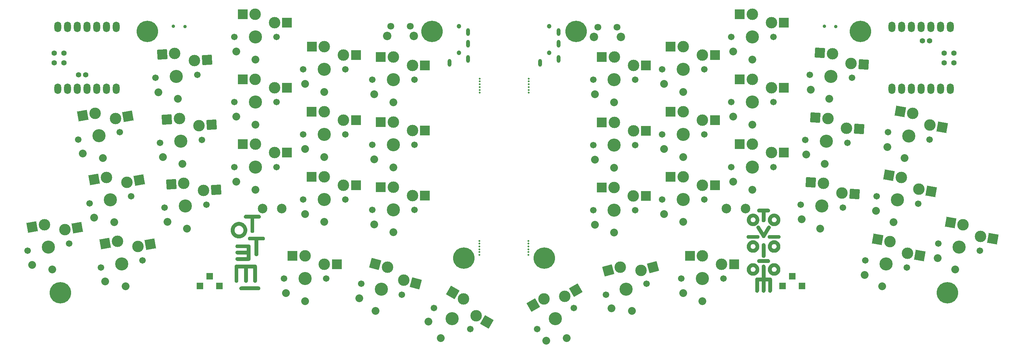
<source format=gbs>
G04 #@! TF.GenerationSoftware,KiCad,Pcbnew,9.0.4*
G04 #@! TF.CreationDate,2025-08-27T21:58:08-05:00*
G04 #@! TF.ProjectId,totem_0_3,746f7465-6d5f-4305-9f33-2e6b69636164,0.3*
G04 #@! TF.SameCoordinates,Original*
G04 #@! TF.FileFunction,Soldermask,Bot*
G04 #@! TF.FilePolarity,Negative*
%FSLAX46Y46*%
G04 Gerber Fmt 4.6, Leading zero omitted, Abs format (unit mm)*
G04 Created by KiCad (PCBNEW 9.0.4) date 2025-08-27 21:58:08*
%MOMM*%
%LPD*%
G01*
G04 APERTURE LIST*
G04 Aperture macros list*
%AMRotRect*
0 Rectangle, with rotation*
0 The origin of the aperture is its center*
0 $1 length*
0 $2 width*
0 $3 Rotation angle, in degrees counterclockwise*
0 Add horizontal line*
21,1,$1,$2,0,0,$3*%
G04 Aperture macros list end*
%ADD10C,0.000000*%
%ADD11C,1.701800*%
%ADD12C,3.429000*%
%ADD13C,2.032000*%
%ADD14C,0.500000*%
%ADD15C,5.600000*%
%ADD16C,1.200000*%
%ADD17O,1.000000X2.000000*%
%ADD18O,1.800000X2.750000*%
%ADD19C,1.397000*%
%ADD20C,2.500000*%
%ADD21C,0.900000*%
%ADD22C,2.200000*%
%ADD23C,1.800000*%
%ADD24R,1.800000X1.800000*%
%ADD25C,3.000000*%
%ADD26RotRect,2.600000X2.600000X170.000000*%
%ADD27R,2.600000X2.600000*%
%ADD28RotRect,2.600000X2.600000X176.000000*%
%ADD29RotRect,2.600000X2.600000X165.000000*%
%ADD30RotRect,2.600000X2.600000X190.000000*%
%ADD31RotRect,2.600000X2.600000X184.000000*%
%ADD32RotRect,2.600000X2.600000X150.000000*%
%ADD33RotRect,2.600000X2.600000X195.000000*%
%ADD34RotRect,2.600000X2.600000X210.000000*%
G04 APERTURE END LIST*
D10*
G36*
X220552427Y-100317415D02*
G01*
X220635485Y-100323744D01*
X220717345Y-100334166D01*
X220797903Y-100348578D01*
X220877055Y-100366877D01*
X220954698Y-100388958D01*
X221030728Y-100414720D01*
X221105043Y-100444057D01*
X221177539Y-100476868D01*
X221248112Y-100513048D01*
X221316660Y-100552494D01*
X221383078Y-100595104D01*
X221447264Y-100640772D01*
X221509115Y-100689397D01*
X221568526Y-100740875D01*
X221625394Y-100795102D01*
X221679617Y-100851975D01*
X221731090Y-100911391D01*
X221779711Y-100973247D01*
X221825376Y-101037438D01*
X221867982Y-101103862D01*
X221907425Y-101172415D01*
X221943602Y-101242994D01*
X221976410Y-101315495D01*
X222005745Y-101389816D01*
X222031504Y-101465853D01*
X222053584Y-101543501D01*
X222071881Y-101622660D01*
X222086292Y-101703223D01*
X222096713Y-101785089D01*
X222103042Y-101868155D01*
X222105174Y-101952315D01*
X222103042Y-102036476D01*
X222096713Y-102119541D01*
X222086292Y-102201407D01*
X222071881Y-102281971D01*
X222053584Y-102361129D01*
X222031504Y-102438778D01*
X222005745Y-102514815D01*
X221976410Y-102589135D01*
X221943602Y-102661637D01*
X221907425Y-102732216D01*
X221867982Y-102800769D01*
X221825376Y-102867193D01*
X221779711Y-102931384D01*
X221731090Y-102993239D01*
X221679617Y-103052655D01*
X221625394Y-103109529D01*
X221568526Y-103163756D01*
X221509115Y-103215233D01*
X221447264Y-103263858D01*
X221383078Y-103309527D01*
X221316660Y-103352136D01*
X221248112Y-103391583D01*
X221177539Y-103427763D01*
X221105043Y-103460573D01*
X221030728Y-103489911D01*
X220954698Y-103515672D01*
X220877055Y-103537754D01*
X220797903Y-103556052D01*
X220717345Y-103570464D01*
X220635485Y-103580887D01*
X220552427Y-103587216D01*
X220468272Y-103589349D01*
X220384118Y-103587216D01*
X220301059Y-103580887D01*
X220219200Y-103570464D01*
X220138642Y-103556052D01*
X220059490Y-103537754D01*
X219981847Y-103515672D01*
X219905817Y-103489911D01*
X219831502Y-103460573D01*
X219759006Y-103427763D01*
X219688433Y-103391583D01*
X219619885Y-103352136D01*
X219553467Y-103309527D01*
X219489281Y-103263858D01*
X219427430Y-103215233D01*
X219368019Y-103163756D01*
X219311151Y-103109529D01*
X219256928Y-103052655D01*
X219205455Y-102993239D01*
X219156834Y-102931384D01*
X219111169Y-102867193D01*
X219068563Y-102800769D01*
X219029120Y-102732216D01*
X218992943Y-102661637D01*
X218960135Y-102589135D01*
X218930800Y-102514815D01*
X218905041Y-102438778D01*
X218882961Y-102361129D01*
X218864664Y-102281971D01*
X218850253Y-102201407D01*
X218839832Y-102119541D01*
X218833503Y-102036476D01*
X218831371Y-101952315D01*
X219829738Y-101952315D01*
X219830568Y-101985188D01*
X219833033Y-102017628D01*
X219837092Y-102049595D01*
X219842705Y-102081049D01*
X219849833Y-102111950D01*
X219858434Y-102142259D01*
X219868469Y-102171933D01*
X219879899Y-102200935D01*
X219892682Y-102229224D01*
X219906779Y-102256759D01*
X219922150Y-102283502D01*
X219938755Y-102309410D01*
X219956554Y-102334446D01*
X219975506Y-102358568D01*
X219995572Y-102381736D01*
X220016711Y-102403911D01*
X220038885Y-102425052D01*
X220062051Y-102445119D01*
X220086171Y-102464073D01*
X220111204Y-102481873D01*
X220137111Y-102498479D01*
X220163851Y-102513852D01*
X220191384Y-102527950D01*
X220219671Y-102540734D01*
X220248671Y-102552165D01*
X220278343Y-102562201D01*
X220308649Y-102570803D01*
X220339548Y-102577931D01*
X220371000Y-102583545D01*
X220402965Y-102587604D01*
X220435402Y-102590069D01*
X220468272Y-102590899D01*
X220501133Y-102590069D01*
X220533541Y-102587604D01*
X220565458Y-102583545D01*
X220596845Y-102577931D01*
X220627663Y-102570803D01*
X220657875Y-102562201D01*
X220687440Y-102552165D01*
X220716321Y-102540734D01*
X220744478Y-102527950D01*
X220771873Y-102513852D01*
X220798466Y-102498479D01*
X220824220Y-102481873D01*
X220849096Y-102464073D01*
X220873054Y-102445119D01*
X220896056Y-102425052D01*
X220918063Y-102403911D01*
X220939037Y-102381736D01*
X220958939Y-102358567D01*
X220977729Y-102334446D01*
X220995370Y-102309410D01*
X221011822Y-102283502D01*
X221027047Y-102256759D01*
X221041005Y-102229224D01*
X221053659Y-102200935D01*
X221064970Y-102171933D01*
X221074898Y-102142259D01*
X221083405Y-102111950D01*
X221090452Y-102081049D01*
X221096000Y-102049595D01*
X221100011Y-102017628D01*
X221102447Y-101985188D01*
X221103267Y-101952315D01*
X221102437Y-101919453D01*
X221099973Y-101887042D01*
X221095916Y-101855123D01*
X221090306Y-101823733D01*
X221083186Y-101792912D01*
X221074594Y-101762698D01*
X221064573Y-101733130D01*
X221053161Y-101704247D01*
X221040401Y-101676087D01*
X221026334Y-101648690D01*
X221010998Y-101622093D01*
X220994436Y-101596337D01*
X220976688Y-101571459D01*
X220957795Y-101547498D01*
X220937797Y-101524494D01*
X220916736Y-101502484D01*
X220894651Y-101481508D01*
X220871584Y-101461604D01*
X220847575Y-101442812D01*
X220822665Y-101425169D01*
X220796894Y-101408715D01*
X220770304Y-101393489D01*
X220742935Y-101379528D01*
X220714827Y-101366873D01*
X220686022Y-101355561D01*
X220656560Y-101345632D01*
X220626482Y-101337124D01*
X220595828Y-101330076D01*
X220564640Y-101324527D01*
X220532957Y-101320515D01*
X220500821Y-101318080D01*
X220468272Y-101317259D01*
X220435714Y-101318090D01*
X220403548Y-101320554D01*
X220371818Y-101324611D01*
X220340564Y-101330221D01*
X220309831Y-101337342D01*
X220279658Y-101345934D01*
X220250089Y-101355957D01*
X220221164Y-101367369D01*
X220192928Y-101380130D01*
X220165420Y-101394199D01*
X220138683Y-101409536D01*
X220112760Y-101426099D01*
X220087692Y-101443849D01*
X220063521Y-101462744D01*
X220040289Y-101482743D01*
X220018039Y-101503807D01*
X219996812Y-101525894D01*
X219976649Y-101548963D01*
X219957594Y-101572974D01*
X219939689Y-101597887D01*
X219922974Y-101623660D01*
X219907492Y-101650253D01*
X219893286Y-101677625D01*
X219880397Y-101705735D01*
X219868866Y-101734543D01*
X219858737Y-101764008D01*
X219850051Y-101794089D01*
X219842851Y-101824746D01*
X219837177Y-101855938D01*
X219833072Y-101887624D01*
X219830578Y-101919763D01*
X219829738Y-101952315D01*
X218831371Y-101952315D01*
X218833503Y-101868155D01*
X218839832Y-101785089D01*
X218850253Y-101703223D01*
X218864664Y-101622660D01*
X218882961Y-101543501D01*
X218905041Y-101465853D01*
X218930800Y-101389816D01*
X218960135Y-101315495D01*
X218992943Y-101242994D01*
X219029120Y-101172415D01*
X219068563Y-101103862D01*
X219111169Y-101037438D01*
X219156834Y-100973247D01*
X219205455Y-100911391D01*
X219256928Y-100851975D01*
X219311151Y-100795102D01*
X219368019Y-100740875D01*
X219427430Y-100689397D01*
X219489281Y-100640772D01*
X219553467Y-100595104D01*
X219619885Y-100552494D01*
X219688433Y-100513048D01*
X219759006Y-100476868D01*
X219831502Y-100444057D01*
X219905817Y-100414720D01*
X219981847Y-100388958D01*
X220059490Y-100366877D01*
X220138642Y-100348578D01*
X220219200Y-100334166D01*
X220301059Y-100323744D01*
X220384118Y-100317415D01*
X220468272Y-100315282D01*
X220552427Y-100317415D01*
G37*
G36*
X221672514Y-105911478D02*
G01*
X221698111Y-105913396D01*
X221723316Y-105916556D01*
X221748100Y-105920927D01*
X221772431Y-105926479D01*
X221796280Y-105933182D01*
X221819616Y-105941004D01*
X221842409Y-105949917D01*
X221864628Y-105959889D01*
X221886243Y-105970890D01*
X221907224Y-105982890D01*
X221927540Y-105995858D01*
X221947161Y-106009764D01*
X221966056Y-106024578D01*
X221984196Y-106040269D01*
X222001550Y-106056807D01*
X222018087Y-106074162D01*
X222033777Y-106092302D01*
X222048590Y-106111199D01*
X222062496Y-106130821D01*
X222075463Y-106151138D01*
X222087463Y-106172120D01*
X222098463Y-106193737D01*
X222108435Y-106215957D01*
X222117347Y-106238751D01*
X222125169Y-106262088D01*
X222131871Y-106285939D01*
X222137423Y-106310271D01*
X222141794Y-106335056D01*
X222144953Y-106360263D01*
X222146871Y-106385862D01*
X222147517Y-106411821D01*
X222146861Y-106437781D01*
X222144914Y-106463379D01*
X222141709Y-106488586D01*
X222137278Y-106513371D01*
X222131652Y-106537704D01*
X222124866Y-106561554D01*
X222116950Y-106584891D01*
X222107937Y-106607685D01*
X222097859Y-106629906D01*
X222086750Y-106651522D01*
X222074640Y-106672504D01*
X222061563Y-106692821D01*
X222047550Y-106712443D01*
X222032634Y-106731340D01*
X222016848Y-106749481D01*
X222000222Y-106766835D01*
X221982791Y-106783373D01*
X221964586Y-106799064D01*
X221945640Y-106813878D01*
X221925984Y-106827784D01*
X221905652Y-106840752D01*
X221884674Y-106852752D01*
X221863085Y-106863753D01*
X221840915Y-106873725D01*
X221818198Y-106882638D01*
X221794965Y-106890460D01*
X221771250Y-106897163D01*
X221747083Y-106902715D01*
X221722498Y-106907086D01*
X221697527Y-106910245D01*
X221672203Y-106912164D01*
X221646556Y-106912810D01*
X219282924Y-106912810D01*
X219256966Y-106912164D01*
X219231369Y-106910245D01*
X219206164Y-106907086D01*
X219181380Y-106902715D01*
X219157049Y-106897163D01*
X219133200Y-106890460D01*
X219109864Y-106882638D01*
X219087071Y-106873725D01*
X219064852Y-106863753D01*
X219043237Y-106852752D01*
X219022256Y-106840752D01*
X219001940Y-106827784D01*
X218982319Y-106813878D01*
X218963424Y-106799064D01*
X218945284Y-106783373D01*
X218927930Y-106766835D01*
X218911393Y-106749481D01*
X218895703Y-106731340D01*
X218880890Y-106712443D01*
X218866984Y-106692821D01*
X218854017Y-106672504D01*
X218842017Y-106651522D01*
X218831017Y-106629906D01*
X218821045Y-106607685D01*
X218812133Y-106584891D01*
X218804311Y-106561554D01*
X218797609Y-106537704D01*
X218792057Y-106513371D01*
X218787686Y-106488586D01*
X218784527Y-106463379D01*
X218782609Y-106437781D01*
X218781963Y-106411821D01*
X218782619Y-106385862D01*
X218784566Y-106360263D01*
X218787771Y-106335056D01*
X218792202Y-106310271D01*
X218797828Y-106285939D01*
X218804614Y-106262088D01*
X218812530Y-106238751D01*
X218821543Y-106215957D01*
X218831621Y-106193737D01*
X218842730Y-106172120D01*
X218854840Y-106151138D01*
X218867918Y-106130821D01*
X218881930Y-106111199D01*
X218896846Y-106092302D01*
X218912633Y-106074162D01*
X218929258Y-106056807D01*
X218946689Y-106040269D01*
X218964894Y-106024578D01*
X218983840Y-106009764D01*
X219003496Y-105995858D01*
X219023829Y-105982890D01*
X219044806Y-105970890D01*
X219066395Y-105959889D01*
X219088565Y-105949917D01*
X219111282Y-105941004D01*
X219134515Y-105933182D01*
X219158230Y-105926479D01*
X219182397Y-105920927D01*
X219206982Y-105916556D01*
X219231953Y-105913396D01*
X219257278Y-105911478D01*
X219282924Y-105910832D01*
X221646556Y-105910832D01*
X221672514Y-105911478D01*
G37*
G36*
X85075896Y-113645060D02*
G01*
X85101492Y-113647007D01*
X85126697Y-113650212D01*
X85151480Y-113654644D01*
X85175811Y-113660269D01*
X85199659Y-113667056D01*
X85222995Y-113674972D01*
X85245787Y-113683985D01*
X85268006Y-113694062D01*
X85289620Y-113705172D01*
X85310600Y-113717282D01*
X85330916Y-113730360D01*
X85350536Y-113744373D01*
X85369432Y-113759289D01*
X85387571Y-113775076D01*
X85404924Y-113791701D01*
X85421461Y-113809133D01*
X85437151Y-113827339D01*
X85451963Y-113846286D01*
X85465868Y-113865943D01*
X85478835Y-113886276D01*
X85490834Y-113907255D01*
X85501834Y-113928846D01*
X85511806Y-113951017D01*
X85520717Y-113973735D01*
X85528539Y-113996970D01*
X85535241Y-114020687D01*
X85540793Y-114044855D01*
X85545163Y-114069442D01*
X85548323Y-114094416D01*
X85550241Y-114119743D01*
X85550887Y-114145392D01*
X85550887Y-117902807D01*
X85550241Y-117928766D01*
X85548323Y-117954365D01*
X85545163Y-117979571D01*
X85540793Y-118004356D01*
X85535241Y-118028689D01*
X85528539Y-118052539D01*
X85520717Y-118075876D01*
X85511806Y-118098670D01*
X85501834Y-118120890D01*
X85490834Y-118142507D01*
X85478835Y-118163489D01*
X85465868Y-118183806D01*
X85451963Y-118203428D01*
X85437151Y-118222325D01*
X85421461Y-118240465D01*
X85404924Y-118257820D01*
X85387571Y-118274358D01*
X85369432Y-118290049D01*
X85350536Y-118304863D01*
X85330916Y-118318769D01*
X85310600Y-118331737D01*
X85289620Y-118343737D01*
X85268006Y-118354738D01*
X85245787Y-118364710D01*
X85222995Y-118373623D01*
X85199659Y-118381445D01*
X85175811Y-118388148D01*
X85151480Y-118393700D01*
X85126697Y-118398071D01*
X85101492Y-118401231D01*
X85075896Y-118403149D01*
X85049938Y-118403795D01*
X85023981Y-118403139D01*
X84998385Y-118401192D01*
X84973180Y-118397987D01*
X84948397Y-118393555D01*
X84924066Y-118387930D01*
X84900218Y-118381143D01*
X84876882Y-118373227D01*
X84854090Y-118364214D01*
X84831871Y-118354137D01*
X84810257Y-118343027D01*
X84789277Y-118330917D01*
X84768961Y-118317839D01*
X84749340Y-118303826D01*
X84730445Y-118288910D01*
X84712306Y-118273123D01*
X84694953Y-118256497D01*
X84678416Y-118239066D01*
X84662726Y-118220860D01*
X84647914Y-118201913D01*
X84634009Y-118182256D01*
X84621042Y-118161922D01*
X84609043Y-118140944D01*
X84598043Y-118119353D01*
X84588071Y-118097182D01*
X84579160Y-118074464D01*
X84571338Y-118051229D01*
X84564636Y-118027512D01*
X84559084Y-118003344D01*
X84554714Y-117978757D01*
X84551554Y-117953783D01*
X84549636Y-117928456D01*
X84548990Y-117902807D01*
X84548990Y-114646380D01*
X83190785Y-114646380D01*
X83190785Y-117902807D01*
X83190139Y-117928766D01*
X83188221Y-117954365D01*
X83185062Y-117979571D01*
X83180691Y-118004356D01*
X83175139Y-118028689D01*
X83168437Y-118052539D01*
X83160615Y-118075876D01*
X83151704Y-118098670D01*
X83141732Y-118120890D01*
X83130732Y-118142507D01*
X83118733Y-118163489D01*
X83105766Y-118183806D01*
X83091861Y-118203428D01*
X83077049Y-118222325D01*
X83061359Y-118240465D01*
X83044822Y-118257820D01*
X83027469Y-118274358D01*
X83009330Y-118290049D01*
X82990434Y-118304863D01*
X82970814Y-118318769D01*
X82950498Y-118331737D01*
X82929518Y-118343737D01*
X82907904Y-118354738D01*
X82885685Y-118364710D01*
X82862893Y-118373623D01*
X82839557Y-118381445D01*
X82815709Y-118388148D01*
X82791378Y-118393700D01*
X82766595Y-118398071D01*
X82741390Y-118401231D01*
X82715794Y-118403149D01*
X82689837Y-118403795D01*
X82663879Y-118403139D01*
X82638283Y-118401192D01*
X82613078Y-118397987D01*
X82588295Y-118393555D01*
X82563964Y-118387930D01*
X82540116Y-118381143D01*
X82516780Y-118373227D01*
X82493988Y-118364214D01*
X82471770Y-118354137D01*
X82450155Y-118343027D01*
X82429175Y-118330917D01*
X82408859Y-118317839D01*
X82389239Y-118303826D01*
X82370344Y-118288910D01*
X82352204Y-118273123D01*
X82334851Y-118256497D01*
X82318314Y-118239066D01*
X82302625Y-118220860D01*
X82287812Y-118201913D01*
X82273907Y-118182256D01*
X82260940Y-118161922D01*
X82248941Y-118140944D01*
X82237941Y-118119353D01*
X82227970Y-118097182D01*
X82219058Y-118074464D01*
X82211236Y-118051229D01*
X82204534Y-118027512D01*
X82198983Y-118003344D01*
X82194612Y-117978757D01*
X82191452Y-117953783D01*
X82189534Y-117928456D01*
X82188888Y-117902807D01*
X82188888Y-114646381D01*
X80710738Y-114646381D01*
X80710738Y-117902807D01*
X80710092Y-117928767D01*
X80708174Y-117954365D01*
X80705014Y-117979572D01*
X80700643Y-118004357D01*
X80695092Y-118028690D01*
X80688390Y-118052540D01*
X80680568Y-118075877D01*
X80671656Y-118098671D01*
X80661685Y-118120891D01*
X80650685Y-118142508D01*
X80638686Y-118163490D01*
X80625719Y-118183807D01*
X80611814Y-118203429D01*
X80597001Y-118222325D01*
X80581312Y-118240466D01*
X80564775Y-118257821D01*
X80547422Y-118274359D01*
X80529282Y-118290050D01*
X80510387Y-118304863D01*
X80490767Y-118318770D01*
X80470451Y-118331738D01*
X80449471Y-118343738D01*
X80427856Y-118354739D01*
X80405638Y-118364711D01*
X80382845Y-118373623D01*
X80359510Y-118381446D01*
X80335662Y-118388148D01*
X80311331Y-118393700D01*
X80286548Y-118398071D01*
X80261343Y-118401231D01*
X80235747Y-118403149D01*
X80209789Y-118403795D01*
X80183832Y-118403139D01*
X80158236Y-118401192D01*
X80133031Y-118397987D01*
X80108248Y-118393555D01*
X80083917Y-118387930D01*
X80060069Y-118381143D01*
X80036733Y-118373227D01*
X80013941Y-118364214D01*
X79991722Y-118354137D01*
X79970108Y-118343027D01*
X79949128Y-118330917D01*
X79928812Y-118317839D01*
X79909192Y-118303826D01*
X79890296Y-118288910D01*
X79872157Y-118273123D01*
X79854804Y-118256497D01*
X79838267Y-118239066D01*
X79822577Y-118220860D01*
X79807765Y-118201913D01*
X79793860Y-118182256D01*
X79780893Y-118161922D01*
X79768894Y-118140944D01*
X79757894Y-118119353D01*
X79747922Y-118097182D01*
X79739011Y-118074464D01*
X79731189Y-118051229D01*
X79724487Y-118027512D01*
X79718935Y-118003344D01*
X79714565Y-117978757D01*
X79711405Y-117953783D01*
X79709487Y-117928456D01*
X79708841Y-117902807D01*
X79708841Y-114646380D01*
X79708841Y-114145392D01*
X79709497Y-114119433D01*
X79711444Y-114093835D01*
X79714649Y-114068628D01*
X79719080Y-114043843D01*
X79724705Y-114019510D01*
X79731491Y-113995660D01*
X79739406Y-113972323D01*
X79748419Y-113949529D01*
X79758495Y-113927308D01*
X79769604Y-113905692D01*
X79781713Y-113884710D01*
X79794790Y-113864393D01*
X79808802Y-113844771D01*
X79823717Y-113825874D01*
X79839503Y-113807734D01*
X79856127Y-113790379D01*
X79873557Y-113773841D01*
X79891761Y-113758150D01*
X79910707Y-113743336D01*
X79930362Y-113729430D01*
X79950694Y-113716462D01*
X79971671Y-113704462D01*
X79993260Y-113693461D01*
X80015429Y-113683489D01*
X80038146Y-113674576D01*
X80061379Y-113666754D01*
X80085094Y-113660051D01*
X80109261Y-113654499D01*
X80133846Y-113650128D01*
X80158817Y-113646968D01*
X80184142Y-113645050D01*
X80209789Y-113644404D01*
X85049938Y-113644404D01*
X85075896Y-113645060D01*
G37*
G36*
X215049055Y-113283144D02*
G01*
X215132113Y-113289473D01*
X215213973Y-113299896D01*
X215294531Y-113314308D01*
X215373683Y-113332606D01*
X215451325Y-113354688D01*
X215527356Y-113380449D01*
X215601671Y-113409787D01*
X215674166Y-113442597D01*
X215744740Y-113478777D01*
X215813288Y-113518224D01*
X215879706Y-113560833D01*
X215943892Y-113606502D01*
X216005742Y-113655127D01*
X216065153Y-113706604D01*
X216122022Y-113760832D01*
X216176245Y-113817705D01*
X216227718Y-113877121D01*
X216276339Y-113938976D01*
X216322004Y-114003167D01*
X216364610Y-114069591D01*
X216404053Y-114138144D01*
X216440230Y-114208723D01*
X216473038Y-114281224D01*
X216502373Y-114355545D01*
X216528132Y-114431582D01*
X216550212Y-114509230D01*
X216568509Y-114588388D01*
X216582919Y-114668952D01*
X216593341Y-114750818D01*
X216599670Y-114833883D01*
X216601802Y-114918044D01*
X216599670Y-115002205D01*
X216593341Y-115085270D01*
X216582919Y-115167136D01*
X216568509Y-115247699D01*
X216550212Y-115326857D01*
X216528132Y-115404507D01*
X216502373Y-115480543D01*
X216473038Y-115554864D01*
X216440230Y-115627365D01*
X216404053Y-115697944D01*
X216364610Y-115766497D01*
X216322004Y-115832921D01*
X216276339Y-115897113D01*
X216227718Y-115958968D01*
X216176245Y-116018384D01*
X216122022Y-116075257D01*
X216065153Y-116129484D01*
X216005742Y-116180962D01*
X215943892Y-116229587D01*
X215879706Y-116275256D01*
X215813288Y-116317865D01*
X215744740Y-116357312D01*
X215674166Y-116393492D01*
X215601671Y-116426303D01*
X215527356Y-116455640D01*
X215451325Y-116481402D01*
X215373683Y-116503483D01*
X215294531Y-116521782D01*
X215213973Y-116536194D01*
X215132113Y-116546616D01*
X215049055Y-116552946D01*
X214964900Y-116555078D01*
X214880746Y-116552946D01*
X214797687Y-116546616D01*
X214715827Y-116536194D01*
X214635269Y-116521782D01*
X214556117Y-116503483D01*
X214478474Y-116481402D01*
X214402443Y-116455640D01*
X214328127Y-116426303D01*
X214255631Y-116393492D01*
X214185057Y-116357312D01*
X214116509Y-116317865D01*
X214050090Y-116275256D01*
X213985903Y-116229587D01*
X213924052Y-116180962D01*
X213864640Y-116129484D01*
X213807771Y-116075257D01*
X213753548Y-116018384D01*
X213702073Y-115958968D01*
X213653452Y-115897113D01*
X213607786Y-115832921D01*
X213565180Y-115766497D01*
X213525736Y-115697944D01*
X213489558Y-115627365D01*
X213456750Y-115554864D01*
X213427414Y-115480543D01*
X213401655Y-115404507D01*
X213379575Y-115326857D01*
X213361277Y-115247699D01*
X213346866Y-115167136D01*
X213336445Y-115085270D01*
X213330116Y-115002205D01*
X213327983Y-114918044D01*
X214329890Y-114918044D01*
X214330721Y-114950606D01*
X214333185Y-114982775D01*
X214337242Y-115014509D01*
X214342851Y-115045765D01*
X214349972Y-115076501D01*
X214358563Y-115106677D01*
X214368585Y-115136249D01*
X214379996Y-115165175D01*
X214392756Y-115193415D01*
X214406824Y-115220925D01*
X214422160Y-115247663D01*
X214438722Y-115273589D01*
X214456470Y-115298659D01*
X214475363Y-115322831D01*
X214495362Y-115346065D01*
X214516423Y-115368317D01*
X214538509Y-115389545D01*
X214561576Y-115409709D01*
X214585586Y-115428765D01*
X214610496Y-115446672D01*
X214636268Y-115463388D01*
X214662858Y-115478870D01*
X214690228Y-115493078D01*
X214718337Y-115505968D01*
X214747143Y-115517498D01*
X214776605Y-115527628D01*
X214806685Y-115536314D01*
X214837339Y-115543516D01*
X214868529Y-115549190D01*
X214900213Y-115553295D01*
X214932350Y-115555788D01*
X214964900Y-115556629D01*
X214997459Y-115555798D01*
X215029625Y-115553333D01*
X215061355Y-115549274D01*
X215092608Y-115543661D01*
X215123341Y-115536533D01*
X215153513Y-115527930D01*
X215183082Y-115517894D01*
X215212006Y-115506464D01*
X215240242Y-115493679D01*
X215267749Y-115479581D01*
X215294485Y-115464209D01*
X215320408Y-115447603D01*
X215345475Y-115429802D01*
X215369645Y-115410849D01*
X215392876Y-115390781D01*
X215415126Y-115369640D01*
X215436353Y-115347465D01*
X215456514Y-115324297D01*
X215475569Y-115300175D01*
X215493474Y-115275139D01*
X215510188Y-115249230D01*
X215525669Y-115222488D01*
X215539875Y-115194953D01*
X215552763Y-115166664D01*
X215564293Y-115137662D01*
X215574422Y-115107987D01*
X215583107Y-115077679D01*
X215590308Y-115046778D01*
X215595981Y-115015324D01*
X215600086Y-114983357D01*
X215602579Y-114950917D01*
X215603420Y-114918044D01*
X215602589Y-114885181D01*
X215600124Y-114852771D01*
X215596065Y-114820851D01*
X215590452Y-114789462D01*
X215583325Y-114758640D01*
X215574724Y-114728426D01*
X215564688Y-114698858D01*
X215553259Y-114669975D01*
X215540476Y-114641816D01*
X215526379Y-114614418D01*
X215511008Y-114587822D01*
X215494403Y-114562065D01*
X215476605Y-114537187D01*
X215457653Y-114513227D01*
X215437587Y-114490222D01*
X215416448Y-114468213D01*
X215394275Y-114447237D01*
X215371109Y-114427333D01*
X215346990Y-114408541D01*
X215321957Y-114390898D01*
X215296051Y-114374444D01*
X215269311Y-114359218D01*
X215241779Y-114345257D01*
X215213493Y-114332602D01*
X215184494Y-114321290D01*
X215154822Y-114311361D01*
X215124517Y-114302853D01*
X215093620Y-114295805D01*
X215062169Y-114290256D01*
X215030205Y-114286244D01*
X214997769Y-114283809D01*
X214964900Y-114282988D01*
X214932040Y-114283819D01*
X214899632Y-114286283D01*
X214867715Y-114290340D01*
X214836327Y-114295950D01*
X214805508Y-114303071D01*
X214775297Y-114311664D01*
X214745731Y-114321686D01*
X214716850Y-114333098D01*
X214688692Y-114345859D01*
X214661297Y-114359929D01*
X214634702Y-114375265D01*
X214608948Y-114391829D01*
X214584071Y-114409578D01*
X214560113Y-114428473D01*
X214537110Y-114448473D01*
X214515102Y-114469536D01*
X214494127Y-114491623D01*
X214474225Y-114514693D01*
X214455434Y-114538704D01*
X214437792Y-114563616D01*
X214421340Y-114589389D01*
X214406114Y-114615982D01*
X214392155Y-114643354D01*
X214379501Y-114671464D01*
X214368190Y-114700272D01*
X214358261Y-114729737D01*
X214349754Y-114759818D01*
X214342706Y-114790475D01*
X214337158Y-114821667D01*
X214333146Y-114853352D01*
X214330711Y-114885492D01*
X214329890Y-114918044D01*
X213327983Y-114918044D01*
X213330116Y-114833883D01*
X213336444Y-114750818D01*
X213346866Y-114668952D01*
X213361277Y-114588388D01*
X213379574Y-114509230D01*
X213401653Y-114431582D01*
X213427413Y-114355545D01*
X213456748Y-114281224D01*
X213489556Y-114208723D01*
X213525733Y-114138144D01*
X213565176Y-114069591D01*
X213607782Y-114003167D01*
X213653447Y-113938976D01*
X213702068Y-113877121D01*
X213753542Y-113817705D01*
X213807765Y-113760832D01*
X213864634Y-113706604D01*
X213924046Y-113655127D01*
X213985896Y-113606502D01*
X214050083Y-113560833D01*
X214116502Y-113518224D01*
X214185050Y-113478777D01*
X214255624Y-113442597D01*
X214328121Y-113409787D01*
X214402437Y-113380449D01*
X214478468Y-113354688D01*
X214556112Y-113332606D01*
X214635265Y-113314308D01*
X214715823Y-113299896D01*
X214797685Y-113289473D01*
X214880745Y-113283144D01*
X214964900Y-113281011D01*
X215049055Y-113283144D01*
G37*
G36*
X217742551Y-108053038D02*
G01*
X217768146Y-108054985D01*
X217793350Y-108058191D01*
X217818133Y-108062622D01*
X217842463Y-108068247D01*
X217866311Y-108075034D01*
X217889646Y-108082950D01*
X217912438Y-108091963D01*
X217934656Y-108102041D01*
X217956270Y-108113151D01*
X217977251Y-108125261D01*
X217997566Y-108138338D01*
X218017187Y-108152351D01*
X218036082Y-108167267D01*
X218054221Y-108183054D01*
X218071575Y-108199680D01*
X218088111Y-108217112D01*
X218103801Y-108235317D01*
X218118614Y-108254265D01*
X218132519Y-108273921D01*
X218145487Y-108294255D01*
X218157486Y-108315234D01*
X218168486Y-108336824D01*
X218178458Y-108358995D01*
X218187370Y-108381714D01*
X218195192Y-108404948D01*
X218201894Y-108428666D01*
X218207445Y-108452834D01*
X218211816Y-108477421D01*
X218214976Y-108502395D01*
X218216894Y-108527722D01*
X218217540Y-108553371D01*
X218217540Y-111404068D01*
X218216884Y-111430027D01*
X218214937Y-111455625D01*
X218211732Y-111480832D01*
X218207301Y-111505617D01*
X218201676Y-111529950D01*
X218194890Y-111553800D01*
X218186974Y-111577137D01*
X218177962Y-111599931D01*
X218167885Y-111622152D01*
X218156776Y-111643768D01*
X218144667Y-111664750D01*
X218131590Y-111685067D01*
X218117578Y-111704689D01*
X218102663Y-111723586D01*
X218086877Y-111741727D01*
X218070253Y-111759081D01*
X218052822Y-111775619D01*
X218034618Y-111791310D01*
X218015672Y-111806124D01*
X217996017Y-111820030D01*
X217975685Y-111832998D01*
X217954709Y-111844998D01*
X217933120Y-111855999D01*
X217910951Y-111865971D01*
X217888234Y-111874884D01*
X217865002Y-111882706D01*
X217841287Y-111889409D01*
X217817121Y-111894961D01*
X217792536Y-111899332D01*
X217767565Y-111902492D01*
X217742240Y-111904410D01*
X217716594Y-111905056D01*
X217690636Y-111904400D01*
X217665039Y-111902453D01*
X217639834Y-111899248D01*
X217615050Y-111894816D01*
X217590719Y-111889191D01*
X217566870Y-111882404D01*
X217543534Y-111874488D01*
X217520741Y-111865475D01*
X217498522Y-111855397D01*
X217476907Y-111844288D01*
X217455926Y-111832178D01*
X217435610Y-111819100D01*
X217415989Y-111805087D01*
X217397094Y-111790171D01*
X217378954Y-111774384D01*
X217361600Y-111757758D01*
X217345063Y-111740326D01*
X217329373Y-111722121D01*
X217314560Y-111703173D01*
X217300654Y-111683517D01*
X217287687Y-111663183D01*
X217275687Y-111642205D01*
X217264687Y-111620614D01*
X217254715Y-111598443D01*
X217245803Y-111575724D01*
X217237981Y-111552490D01*
X217231279Y-111528773D01*
X217225727Y-111504604D01*
X217221356Y-111480017D01*
X217218197Y-111455044D01*
X217216279Y-111429717D01*
X217215633Y-111404068D01*
X217215633Y-108553371D01*
X217216279Y-108527412D01*
X217218197Y-108501813D01*
X217221356Y-108476606D01*
X217225727Y-108451821D01*
X217231279Y-108427488D01*
X217237981Y-108403638D01*
X217245803Y-108380301D01*
X217254715Y-108357507D01*
X217264687Y-108335286D01*
X217275687Y-108313670D01*
X217287687Y-108292688D01*
X217300654Y-108272371D01*
X217314560Y-108252749D01*
X217329373Y-108233852D01*
X217345063Y-108215711D01*
X217361600Y-108198357D01*
X217378954Y-108181819D01*
X217397094Y-108166128D01*
X217415989Y-108151314D01*
X217435610Y-108137408D01*
X217455926Y-108124440D01*
X217476907Y-108112440D01*
X217498522Y-108101439D01*
X217520741Y-108091467D01*
X217543534Y-108082554D01*
X217566870Y-108074732D01*
X217590719Y-108068029D01*
X217615050Y-108062477D01*
X217639834Y-108058106D01*
X217665039Y-108054947D01*
X217690636Y-108053028D01*
X217716594Y-108052382D01*
X217742551Y-108053038D01*
G37*
G36*
X216176205Y-105911478D02*
G01*
X216201801Y-105913396D01*
X216227005Y-105916556D01*
X216251787Y-105920927D01*
X216276118Y-105926479D01*
X216299965Y-105933182D01*
X216323301Y-105941004D01*
X216346093Y-105949917D01*
X216368311Y-105959889D01*
X216389925Y-105970890D01*
X216410905Y-105982890D01*
X216431221Y-105995858D01*
X216450841Y-106009764D01*
X216469737Y-106024578D01*
X216487876Y-106040269D01*
X216505229Y-106056807D01*
X216521766Y-106074162D01*
X216537456Y-106092302D01*
X216552269Y-106111199D01*
X216566174Y-106130821D01*
X216579141Y-106151138D01*
X216591141Y-106172120D01*
X216602141Y-106193737D01*
X216612112Y-106215957D01*
X216621024Y-106238751D01*
X216628846Y-106262088D01*
X216635549Y-106285939D01*
X216641100Y-106310271D01*
X216645471Y-106335056D01*
X216648631Y-106360263D01*
X216650549Y-106385862D01*
X216651195Y-106411821D01*
X216650539Y-106437781D01*
X216648592Y-106463379D01*
X216645387Y-106488586D01*
X216640956Y-106513371D01*
X216635331Y-106537704D01*
X216628545Y-106561554D01*
X216620629Y-106584891D01*
X216611617Y-106607685D01*
X216601540Y-106629906D01*
X216590431Y-106651522D01*
X216578321Y-106672504D01*
X216565245Y-106692821D01*
X216551233Y-106712443D01*
X216536318Y-106731340D01*
X216520532Y-106749481D01*
X216503907Y-106766835D01*
X216486477Y-106783373D01*
X216468273Y-106799064D01*
X216449327Y-106813878D01*
X216429672Y-106827784D01*
X216409340Y-106840752D01*
X216388363Y-106852752D01*
X216366774Y-106863753D01*
X216344605Y-106873725D01*
X216321889Y-106882638D01*
X216298657Y-106890460D01*
X216274941Y-106897163D01*
X216250775Y-106902715D01*
X216226191Y-106907086D01*
X216201220Y-106910245D01*
X216175895Y-106912164D01*
X216150249Y-106912810D01*
X213786601Y-106912810D01*
X213760645Y-106912164D01*
X213735049Y-106910245D01*
X213709845Y-106907086D01*
X213685063Y-106902715D01*
X213660733Y-106897163D01*
X213636885Y-106890460D01*
X213613549Y-106882638D01*
X213590758Y-106873725D01*
X213568539Y-106863753D01*
X213546925Y-106852752D01*
X213525945Y-106840752D01*
X213505629Y-106827784D01*
X213486009Y-106813878D01*
X213467114Y-106799064D01*
X213448974Y-106783373D01*
X213431621Y-106766835D01*
X213415084Y-106749481D01*
X213399394Y-106731340D01*
X213384581Y-106712443D01*
X213370676Y-106692821D01*
X213357709Y-106672504D01*
X213345710Y-106651522D01*
X213334709Y-106629906D01*
X213324738Y-106607685D01*
X213315826Y-106584891D01*
X213308004Y-106561554D01*
X213301301Y-106537704D01*
X213295750Y-106513371D01*
X213291379Y-106488586D01*
X213288219Y-106463379D01*
X213286301Y-106437781D01*
X213285655Y-106411821D01*
X213286311Y-106385862D01*
X213288258Y-106360263D01*
X213291463Y-106335056D01*
X213295894Y-106310271D01*
X213301519Y-106285939D01*
X213308306Y-106262088D01*
X213316221Y-106238751D01*
X213325233Y-106215957D01*
X213335310Y-106193737D01*
X213346419Y-106172120D01*
X213358529Y-106151138D01*
X213371605Y-106130821D01*
X213385617Y-106111199D01*
X213400532Y-106092302D01*
X213416318Y-106074162D01*
X213432943Y-106056807D01*
X213450373Y-106040269D01*
X213468577Y-106024578D01*
X213487523Y-106009764D01*
X213507178Y-105995858D01*
X213527510Y-105982890D01*
X213548487Y-105970890D01*
X213570076Y-105959889D01*
X213592245Y-105949917D01*
X213614961Y-105941004D01*
X213638194Y-105933182D01*
X213661909Y-105926479D01*
X213686075Y-105920927D01*
X213710659Y-105916556D01*
X213735630Y-105913396D01*
X213760955Y-105911478D01*
X213786601Y-105910832D01*
X216150249Y-105910832D01*
X216176205Y-105911478D01*
G37*
G36*
X86095121Y-100633455D02*
G01*
X86120446Y-100635373D01*
X86145418Y-100638533D01*
X86170003Y-100642904D01*
X86194169Y-100648456D01*
X86217885Y-100655158D01*
X86241117Y-100662981D01*
X86263834Y-100671893D01*
X86286003Y-100681865D01*
X86307592Y-100692866D01*
X86328569Y-100704866D01*
X86348901Y-100717834D01*
X86368556Y-100731740D01*
X86387502Y-100746554D01*
X86405706Y-100762245D01*
X86423136Y-100778784D01*
X86439761Y-100796138D01*
X86455547Y-100814279D01*
X86470462Y-100833176D01*
X86484474Y-100852798D01*
X86497550Y-100873115D01*
X86509659Y-100894097D01*
X86520768Y-100915713D01*
X86530845Y-100937933D01*
X86539857Y-100960728D01*
X86547772Y-100984065D01*
X86554559Y-101007915D01*
X86560183Y-101032248D01*
X86564615Y-101057033D01*
X86567820Y-101082240D01*
X86569766Y-101107838D01*
X86570422Y-101133798D01*
X86569776Y-101159757D01*
X86567858Y-101185355D01*
X86564699Y-101210562D01*
X86560328Y-101235347D01*
X86554777Y-101259680D01*
X86548075Y-101283530D01*
X86540253Y-101306868D01*
X86531341Y-101329662D01*
X86521370Y-101351882D01*
X86510370Y-101373498D01*
X86498371Y-101394480D01*
X86485404Y-101414797D01*
X86471499Y-101434420D01*
X86456686Y-101453316D01*
X86440996Y-101471457D01*
X86424460Y-101488812D01*
X86407106Y-101505350D01*
X86388967Y-101521041D01*
X86370072Y-101535854D01*
X86350452Y-101549761D01*
X86330136Y-101562729D01*
X86309156Y-101574729D01*
X86287541Y-101585730D01*
X86265322Y-101595702D01*
X86242530Y-101604614D01*
X86219195Y-101612437D01*
X86195347Y-101619139D01*
X86171016Y-101624691D01*
X86146233Y-101629062D01*
X86121028Y-101632222D01*
X86095431Y-101634140D01*
X86069474Y-101634786D01*
X84848853Y-101634786D01*
X84848853Y-104884157D01*
X84848207Y-104909806D01*
X84846289Y-104935133D01*
X84843129Y-104960107D01*
X84838759Y-104984694D01*
X84833207Y-105008862D01*
X84826505Y-105032580D01*
X84818683Y-105055814D01*
X84809771Y-105078533D01*
X84799800Y-105100704D01*
X84788800Y-105122295D01*
X84776801Y-105143273D01*
X84763834Y-105163607D01*
X84749929Y-105183263D01*
X84735117Y-105202211D01*
X84719427Y-105220416D01*
X84702890Y-105237848D01*
X84685537Y-105254474D01*
X84667397Y-105270261D01*
X84648502Y-105285177D01*
X84628882Y-105299190D01*
X84608566Y-105312267D01*
X84587586Y-105324377D01*
X84565971Y-105335487D01*
X84543753Y-105345565D01*
X84520961Y-105354578D01*
X84497625Y-105362494D01*
X84473777Y-105369281D01*
X84449446Y-105374906D01*
X84424663Y-105379337D01*
X84399458Y-105382542D01*
X84373862Y-105384489D01*
X84347904Y-105385145D01*
X84321947Y-105384499D01*
X84296351Y-105382581D01*
X84271146Y-105379421D01*
X84246363Y-105375050D01*
X84222032Y-105369499D01*
X84198184Y-105362796D01*
X84174848Y-105354973D01*
X84152056Y-105346061D01*
X84129838Y-105336089D01*
X84108223Y-105325088D01*
X84087243Y-105313088D01*
X84066927Y-105300120D01*
X84047307Y-105286214D01*
X84028412Y-105271400D01*
X84010272Y-105255709D01*
X83992919Y-105239171D01*
X83976383Y-105221816D01*
X83960693Y-105203676D01*
X83945880Y-105184779D01*
X83931975Y-105165157D01*
X83919008Y-105144840D01*
X83907009Y-105123858D01*
X83896009Y-105102242D01*
X83886038Y-105080021D01*
X83877126Y-105057227D01*
X83869304Y-105033890D01*
X83862602Y-105010040D01*
X83857051Y-104985707D01*
X83852680Y-104960922D01*
X83849520Y-104935715D01*
X83847603Y-104910116D01*
X83846956Y-104884157D01*
X83846956Y-101634786D01*
X82626336Y-101634786D01*
X82600689Y-101634140D01*
X82575363Y-101632222D01*
X82550392Y-101629062D01*
X82525807Y-101624691D01*
X82501641Y-101619139D01*
X82477925Y-101612437D01*
X82454693Y-101604614D01*
X82431976Y-101595702D01*
X82409807Y-101585730D01*
X82388218Y-101574729D01*
X82367241Y-101562729D01*
X82346909Y-101549761D01*
X82327254Y-101535854D01*
X82308308Y-101521041D01*
X82290104Y-101505350D01*
X82272673Y-101488812D01*
X82256049Y-101471457D01*
X82240263Y-101453316D01*
X82225348Y-101434420D01*
X82211336Y-101414797D01*
X82198260Y-101394480D01*
X82186151Y-101373498D01*
X82175042Y-101351882D01*
X82164965Y-101329662D01*
X82155953Y-101306868D01*
X82148037Y-101283530D01*
X82141251Y-101259680D01*
X82135626Y-101235347D01*
X82131195Y-101210562D01*
X82127990Y-101185355D01*
X82126044Y-101159757D01*
X82125387Y-101133798D01*
X82128916Y-101133798D01*
X82129562Y-101108148D01*
X82131480Y-101082821D01*
X82134639Y-101057848D01*
X82139010Y-101033261D01*
X82144561Y-101009092D01*
X82151263Y-100985375D01*
X82159085Y-100962141D01*
X82167997Y-100939422D01*
X82177968Y-100917251D01*
X82188968Y-100895660D01*
X82200967Y-100874682D01*
X82213934Y-100854348D01*
X82227839Y-100834691D01*
X82242652Y-100815744D01*
X82258342Y-100797538D01*
X82274879Y-100780107D01*
X82292232Y-100763481D01*
X82310371Y-100747694D01*
X82329266Y-100732778D01*
X82348887Y-100718765D01*
X82369202Y-100705687D01*
X82390182Y-100693577D01*
X82411797Y-100682467D01*
X82434016Y-100672390D01*
X82456808Y-100663377D01*
X82480143Y-100655461D01*
X82503991Y-100648674D01*
X82528322Y-100643049D01*
X82553105Y-100638617D01*
X82578310Y-100635412D01*
X82603907Y-100633465D01*
X82629864Y-100632809D01*
X86069474Y-100632809D01*
X86095121Y-100633455D01*
G37*
G36*
X218924360Y-99021118D02*
G01*
X218949957Y-99023036D01*
X218975162Y-99026196D01*
X218999946Y-99030567D01*
X219024277Y-99036119D01*
X219048126Y-99042821D01*
X219071462Y-99050644D01*
X219094255Y-99059557D01*
X219116474Y-99069528D01*
X219138089Y-99080530D01*
X219159070Y-99092529D01*
X219179386Y-99105497D01*
X219199007Y-99119404D01*
X219217903Y-99134218D01*
X219236043Y-99149909D01*
X219253396Y-99166447D01*
X219269933Y-99183801D01*
X219285624Y-99201942D01*
X219300437Y-99220839D01*
X219314342Y-99240461D01*
X219327310Y-99260778D01*
X219339309Y-99281760D01*
X219350310Y-99303376D01*
X219360281Y-99325597D01*
X219369193Y-99348390D01*
X219377015Y-99371728D01*
X219383718Y-99395578D01*
X219389269Y-99419911D01*
X219393640Y-99444696D01*
X219396800Y-99469903D01*
X219398718Y-99495501D01*
X219399364Y-99521461D01*
X219398708Y-99547420D01*
X219396761Y-99573018D01*
X219393556Y-99598225D01*
X219389125Y-99623010D01*
X219383500Y-99647343D01*
X219376713Y-99671193D01*
X219368798Y-99694531D01*
X219359785Y-99717325D01*
X219349708Y-99739545D01*
X219338599Y-99761161D01*
X219326490Y-99782143D01*
X219313413Y-99802461D01*
X219299401Y-99822083D01*
X219284485Y-99840979D01*
X219268699Y-99859120D01*
X219252075Y-99876475D01*
X219234644Y-99893013D01*
X219216439Y-99908704D01*
X219197493Y-99923518D01*
X219177837Y-99937424D01*
X219157505Y-99950392D01*
X219136527Y-99962392D01*
X219114938Y-99973393D01*
X219092768Y-99983365D01*
X219070050Y-99992277D01*
X219046817Y-100000100D01*
X219023101Y-100006802D01*
X218998934Y-100012354D01*
X218974348Y-100016725D01*
X218949376Y-100019885D01*
X218924050Y-100021803D01*
X218898402Y-100022449D01*
X218217540Y-100022449D01*
X218217540Y-102104024D01*
X218216894Y-102129983D01*
X218214976Y-102155582D01*
X218211816Y-102180788D01*
X218207445Y-102205573D01*
X218201894Y-102229906D01*
X218195192Y-102253756D01*
X218187370Y-102277094D01*
X218178458Y-102299888D01*
X218168486Y-102322108D01*
X218157486Y-102343725D01*
X218145487Y-102364706D01*
X218132519Y-102385024D01*
X218118614Y-102404646D01*
X218103801Y-102423542D01*
X218088111Y-102441683D01*
X218071575Y-102459038D01*
X218054221Y-102475576D01*
X218036082Y-102491267D01*
X218017187Y-102506081D01*
X217997566Y-102519987D01*
X217977251Y-102532955D01*
X217956270Y-102544955D01*
X217934656Y-102555956D01*
X217912438Y-102565928D01*
X217889646Y-102574840D01*
X217866311Y-102582663D01*
X217842463Y-102589365D01*
X217818133Y-102594917D01*
X217793350Y-102599288D01*
X217768146Y-102602448D01*
X217742551Y-102604366D01*
X217716594Y-102605012D01*
X217690636Y-102604356D01*
X217665039Y-102602409D01*
X217639834Y-102599204D01*
X217615050Y-102594773D01*
X217590719Y-102589147D01*
X217566870Y-102582361D01*
X217543534Y-102574445D01*
X217520741Y-102565432D01*
X217498522Y-102555354D01*
X217476907Y-102544244D01*
X217455926Y-102532134D01*
X217435610Y-102519057D01*
X217415989Y-102505043D01*
X217397094Y-102490127D01*
X217378954Y-102474340D01*
X217361600Y-102457715D01*
X217345063Y-102440283D01*
X217329373Y-102422077D01*
X217314560Y-102403130D01*
X217300654Y-102383473D01*
X217287687Y-102363140D01*
X217275687Y-102342161D01*
X217264687Y-102320570D01*
X217254715Y-102298399D01*
X217245803Y-102275681D01*
X217237981Y-102252446D01*
X217231279Y-102228729D01*
X217225727Y-102204560D01*
X217221356Y-102179974D01*
X217218197Y-102155000D01*
X217216279Y-102129673D01*
X217215633Y-102104024D01*
X217215633Y-100029507D01*
X216534770Y-100029507D01*
X216534770Y-100022449D01*
X216508812Y-100021803D01*
X216483216Y-100019885D01*
X216458011Y-100016725D01*
X216433227Y-100012354D01*
X216408896Y-100006802D01*
X216385048Y-100000100D01*
X216361712Y-99992277D01*
X216338920Y-99983365D01*
X216316702Y-99973393D01*
X216295087Y-99962392D01*
X216274107Y-99950392D01*
X216253791Y-99937424D01*
X216234171Y-99923518D01*
X216215276Y-99908704D01*
X216197137Y-99893013D01*
X216179784Y-99876475D01*
X216163248Y-99859120D01*
X216147558Y-99840979D01*
X216132746Y-99822083D01*
X216118841Y-99802461D01*
X216105874Y-99782143D01*
X216093875Y-99761161D01*
X216082876Y-99739545D01*
X216072905Y-99717325D01*
X216063993Y-99694531D01*
X216056171Y-99671193D01*
X216049469Y-99647343D01*
X216043918Y-99623010D01*
X216039548Y-99598225D01*
X216036388Y-99573018D01*
X216034470Y-99547420D01*
X216033824Y-99521461D01*
X216034480Y-99495501D01*
X216036427Y-99469903D01*
X216039632Y-99444696D01*
X216044063Y-99419911D01*
X216049688Y-99395578D01*
X216056475Y-99371728D01*
X216064390Y-99348390D01*
X216073402Y-99325596D01*
X216083479Y-99303376D01*
X216094588Y-99281760D01*
X216106698Y-99260778D01*
X216119774Y-99240461D01*
X216133786Y-99220839D01*
X216148701Y-99201942D01*
X216164487Y-99183801D01*
X216181112Y-99166447D01*
X216198542Y-99149909D01*
X216216746Y-99134217D01*
X216235692Y-99119404D01*
X216255347Y-99105497D01*
X216275679Y-99092529D01*
X216296656Y-99080530D01*
X216318245Y-99069528D01*
X216340414Y-99059557D01*
X216363130Y-99050644D01*
X216386362Y-99042821D01*
X216410078Y-99036119D01*
X216434244Y-99030567D01*
X216458828Y-99026196D01*
X216483799Y-99023036D01*
X216509124Y-99021118D01*
X216534770Y-99020472D01*
X218898402Y-99020472D01*
X218924360Y-99021118D01*
G37*
G36*
X219118325Y-103444392D02*
G01*
X219142487Y-103446080D01*
X219166618Y-103448942D01*
X219190677Y-103452988D01*
X219214621Y-103458227D01*
X219238407Y-103464669D01*
X219261993Y-103472323D01*
X219285336Y-103481200D01*
X219308393Y-103491308D01*
X219331122Y-103502658D01*
X219353481Y-103515260D01*
X219375164Y-103529289D01*
X219395886Y-103544227D01*
X219415638Y-103560030D01*
X219434410Y-103576657D01*
X219452192Y-103594063D01*
X219468975Y-103612208D01*
X219484749Y-103631048D01*
X219499505Y-103650540D01*
X219513231Y-103670642D01*
X219525920Y-103691311D01*
X219537561Y-103712504D01*
X219548144Y-103734180D01*
X219557660Y-103756295D01*
X219566100Y-103778807D01*
X219573453Y-103801672D01*
X219579709Y-103824849D01*
X219584860Y-103848295D01*
X219588895Y-103871967D01*
X219591805Y-103895822D01*
X219593580Y-103919818D01*
X219594210Y-103943913D01*
X219593685Y-103968062D01*
X219591997Y-103992225D01*
X219589135Y-104016358D01*
X219585090Y-104040419D01*
X219579851Y-104064365D01*
X219573410Y-104088153D01*
X219565756Y-104111741D01*
X219556880Y-104135086D01*
X219546772Y-104158145D01*
X219535423Y-104180877D01*
X219522823Y-104203237D01*
X218143443Y-106489439D01*
X218126053Y-106516552D01*
X218107015Y-106542291D01*
X218086417Y-106566604D01*
X218064346Y-106589438D01*
X218040890Y-106610743D01*
X218016137Y-106630466D01*
X217990175Y-106648556D01*
X217963092Y-106664961D01*
X217934975Y-106679630D01*
X217905913Y-106692511D01*
X217875992Y-106703552D01*
X217845302Y-106712701D01*
X217813929Y-106719907D01*
X217781961Y-106725118D01*
X217749487Y-106728283D01*
X217716594Y-106729349D01*
X217709499Y-106729349D01*
X217693327Y-106729082D01*
X217677228Y-106728283D01*
X217661212Y-106726960D01*
X217645292Y-106725118D01*
X217629478Y-106722765D01*
X217613780Y-106719907D01*
X217598211Y-106716550D01*
X217582780Y-106712701D01*
X217552379Y-106703552D01*
X217522665Y-106692511D01*
X217493726Y-106679631D01*
X217465650Y-106664962D01*
X217438525Y-106648557D01*
X217412438Y-106630467D01*
X217387478Y-106610743D01*
X217363732Y-106589439D01*
X217341288Y-106566604D01*
X217330582Y-106554630D01*
X217320235Y-106542292D01*
X217310257Y-106529598D01*
X217300659Y-106516553D01*
X217291453Y-106503165D01*
X217282649Y-106489439D01*
X215903270Y-104203237D01*
X215890359Y-104180867D01*
X215878739Y-104158107D01*
X215868398Y-104135002D01*
X215859325Y-104111597D01*
X215851506Y-104087935D01*
X215844933Y-104064063D01*
X215839591Y-104040024D01*
X215835471Y-104015863D01*
X215832559Y-103991624D01*
X215830845Y-103967352D01*
X215830318Y-103943092D01*
X215830964Y-103918888D01*
X215832773Y-103894785D01*
X215835734Y-103870828D01*
X215839834Y-103847060D01*
X215845062Y-103823527D01*
X215851406Y-103800273D01*
X215858854Y-103777342D01*
X215867396Y-103754780D01*
X215877019Y-103732630D01*
X215887712Y-103710938D01*
X215899463Y-103689748D01*
X215912260Y-103669104D01*
X215926092Y-103649052D01*
X215940948Y-103629635D01*
X215956815Y-103610898D01*
X215973682Y-103592886D01*
X215991538Y-103575644D01*
X216010370Y-103559216D01*
X216030168Y-103543646D01*
X216050919Y-103528979D01*
X216072612Y-103515260D01*
X216094970Y-103502659D01*
X216117699Y-103491308D01*
X216140756Y-103481200D01*
X216164099Y-103472323D01*
X216187685Y-103464669D01*
X216211471Y-103458227D01*
X216235414Y-103452988D01*
X216259473Y-103448943D01*
X216283603Y-103446080D01*
X216307764Y-103444392D01*
X216331912Y-103443868D01*
X216356004Y-103444498D01*
X216379998Y-103446273D01*
X216403851Y-103449183D01*
X216427521Y-103453218D01*
X216450965Y-103458369D01*
X216474140Y-103464626D01*
X216497004Y-103471979D01*
X216519514Y-103480419D01*
X216541628Y-103489936D01*
X216563302Y-103500520D01*
X216584494Y-103512161D01*
X216605162Y-103524850D01*
X216625263Y-103538578D01*
X216644754Y-103553334D01*
X216663593Y-103569108D01*
X216681737Y-103585892D01*
X216699143Y-103603675D01*
X216715769Y-103622448D01*
X216731572Y-103642201D01*
X216746510Y-103662924D01*
X216760539Y-103684608D01*
X217713039Y-105261664D01*
X218665553Y-103684608D01*
X218679582Y-103662924D01*
X218694518Y-103642201D01*
X218710320Y-103622448D01*
X218726945Y-103603675D01*
X218744351Y-103585892D01*
X218762494Y-103569108D01*
X218781332Y-103553334D01*
X218800823Y-103538578D01*
X218820924Y-103524850D01*
X218841592Y-103512161D01*
X218862784Y-103500520D01*
X218884458Y-103489936D01*
X218906572Y-103480419D01*
X218929082Y-103471979D01*
X218951946Y-103464626D01*
X218975122Y-103458369D01*
X218998566Y-103453218D01*
X219022236Y-103449183D01*
X219046090Y-103446273D01*
X219070085Y-103444498D01*
X219094177Y-103443868D01*
X219118325Y-103444392D01*
G37*
G36*
X218924360Y-112223232D02*
G01*
X218949957Y-112225150D01*
X218975162Y-112228310D01*
X218999946Y-112232681D01*
X219024277Y-112238233D01*
X219048126Y-112244935D01*
X219071462Y-112252758D01*
X219094255Y-112261670D01*
X219116474Y-112271642D01*
X219138089Y-112282643D01*
X219159070Y-112294643D01*
X219179386Y-112307611D01*
X219199007Y-112321517D01*
X219217903Y-112336331D01*
X219236043Y-112352022D01*
X219253396Y-112368560D01*
X219269933Y-112385915D01*
X219285624Y-112404056D01*
X219300437Y-112422952D01*
X219314342Y-112442574D01*
X219327310Y-112462891D01*
X219339309Y-112483873D01*
X219350310Y-112505490D01*
X219360281Y-112527710D01*
X219369193Y-112550504D01*
X219377015Y-112573841D01*
X219383718Y-112597691D01*
X219389269Y-112622024D01*
X219393640Y-112646809D01*
X219396800Y-112672016D01*
X219398718Y-112697614D01*
X219399364Y-112723574D01*
X219398708Y-112749533D01*
X219396761Y-112775131D01*
X219393556Y-112800338D01*
X219389125Y-112825123D01*
X219383500Y-112849456D01*
X219376713Y-112873306D01*
X219368798Y-112896643D01*
X219359785Y-112919437D01*
X219349708Y-112941657D01*
X219338599Y-112963274D01*
X219326490Y-112984256D01*
X219313413Y-113004573D01*
X219299401Y-113024195D01*
X219284485Y-113043091D01*
X219268699Y-113061232D01*
X219252075Y-113078587D01*
X219234644Y-113095125D01*
X219216439Y-113110816D01*
X219197493Y-113125630D01*
X219177837Y-113139536D01*
X219157505Y-113152504D01*
X219136527Y-113164504D01*
X219114938Y-113175505D01*
X219092768Y-113185477D01*
X219070050Y-113194389D01*
X219046817Y-113202212D01*
X219023101Y-113208915D01*
X218998934Y-113214466D01*
X218974348Y-113218837D01*
X218949376Y-113221997D01*
X218924050Y-113223915D01*
X218898402Y-113224561D01*
X216534770Y-113224561D01*
X216508812Y-113223915D01*
X216483216Y-113221997D01*
X216458011Y-113218837D01*
X216433227Y-113214466D01*
X216408896Y-113208915D01*
X216385048Y-113202212D01*
X216361712Y-113194389D01*
X216338920Y-113185477D01*
X216316702Y-113175505D01*
X216295087Y-113164504D01*
X216274107Y-113152504D01*
X216253791Y-113139536D01*
X216234171Y-113125630D01*
X216215276Y-113110816D01*
X216197137Y-113095125D01*
X216179784Y-113078587D01*
X216163248Y-113061232D01*
X216147558Y-113043091D01*
X216132746Y-113024195D01*
X216118841Y-113004573D01*
X216105874Y-112984256D01*
X216093875Y-112963274D01*
X216082876Y-112941657D01*
X216072905Y-112919437D01*
X216063993Y-112896643D01*
X216056171Y-112873306D01*
X216049469Y-112849456D01*
X216043918Y-112825123D01*
X216039548Y-112800338D01*
X216036388Y-112775131D01*
X216034470Y-112749533D01*
X216033824Y-112723574D01*
X216034480Y-112697614D01*
X216036427Y-112672016D01*
X216039632Y-112646809D01*
X216044063Y-112622024D01*
X216049688Y-112597691D01*
X216056475Y-112573841D01*
X216064390Y-112550504D01*
X216073402Y-112527710D01*
X216083479Y-112505490D01*
X216094588Y-112483873D01*
X216106698Y-112462891D01*
X216119774Y-112442574D01*
X216133786Y-112422952D01*
X216148701Y-112404056D01*
X216164487Y-112385915D01*
X216181112Y-112368560D01*
X216198542Y-112352022D01*
X216216746Y-112336331D01*
X216235692Y-112321517D01*
X216255347Y-112307611D01*
X216275679Y-112294643D01*
X216296656Y-112282643D01*
X216318245Y-112271642D01*
X216340414Y-112261670D01*
X216363130Y-112252758D01*
X216386362Y-112244935D01*
X216410078Y-112238233D01*
X216434244Y-112232681D01*
X216458828Y-112228310D01*
X216483799Y-112225150D01*
X216509124Y-112223232D01*
X216534770Y-112222586D01*
X218898402Y-112222586D01*
X218924360Y-112223232D01*
G37*
G36*
X215049039Y-107281862D02*
G01*
X215132098Y-107288192D01*
X215213958Y-107298614D01*
X215294515Y-107313026D01*
X215373667Y-107331325D01*
X215451310Y-107353406D01*
X215527341Y-107379167D01*
X215601656Y-107408505D01*
X215674151Y-107441316D01*
X215744725Y-107477496D01*
X215813272Y-107516942D01*
X215879691Y-107559551D01*
X215943877Y-107605220D01*
X216005727Y-107653845D01*
X216065138Y-107705323D01*
X216122007Y-107759550D01*
X216176229Y-107816423D01*
X216227703Y-107875839D01*
X216276324Y-107937694D01*
X216321989Y-108001886D01*
X216364594Y-108068309D01*
X216404038Y-108136863D01*
X216440215Y-108207442D01*
X216473022Y-108279943D01*
X216502358Y-108354264D01*
X216528117Y-108430300D01*
X216550196Y-108507949D01*
X216568493Y-108587107D01*
X216582904Y-108667671D01*
X216593326Y-108749537D01*
X216599654Y-108832602D01*
X216601787Y-108916763D01*
X216599654Y-109000924D01*
X216593326Y-109083989D01*
X216582904Y-109165855D01*
X216568493Y-109246419D01*
X216550196Y-109325577D01*
X216528117Y-109403226D01*
X216502358Y-109479262D01*
X216473022Y-109553583D01*
X216440215Y-109626085D01*
X216404038Y-109696664D01*
X216364594Y-109765217D01*
X216321989Y-109831641D01*
X216276324Y-109895832D01*
X216227703Y-109957687D01*
X216176229Y-110017103D01*
X216122007Y-110073976D01*
X216065138Y-110128203D01*
X216005727Y-110179681D01*
X215943877Y-110228306D01*
X215879691Y-110273975D01*
X215813272Y-110316584D01*
X215744725Y-110356031D01*
X215674151Y-110392211D01*
X215601656Y-110425021D01*
X215527341Y-110454359D01*
X215451310Y-110480120D01*
X215373667Y-110502202D01*
X215294515Y-110520500D01*
X215213958Y-110534912D01*
X215132098Y-110545335D01*
X215049039Y-110551664D01*
X214964885Y-110553797D01*
X214880729Y-110551664D01*
X214797669Y-110545335D01*
X214715809Y-110534912D01*
X214635250Y-110520500D01*
X214556098Y-110502202D01*
X214478454Y-110480120D01*
X214402423Y-110454359D01*
X214328108Y-110425021D01*
X214255612Y-110392211D01*
X214185039Y-110356031D01*
X214116491Y-110316584D01*
X214050073Y-110273975D01*
X213985887Y-110228306D01*
X213924037Y-110179681D01*
X213864626Y-110128203D01*
X213807758Y-110073976D01*
X213753535Y-110017103D01*
X213702062Y-109957687D01*
X213653442Y-109895832D01*
X213607777Y-109831641D01*
X213565172Y-109765217D01*
X213525729Y-109696664D01*
X213489553Y-109626085D01*
X213456745Y-109553583D01*
X213427411Y-109479262D01*
X213401652Y-109403226D01*
X213379573Y-109325577D01*
X213361276Y-109246419D01*
X213346865Y-109165855D01*
X213336444Y-109083989D01*
X213330116Y-109000924D01*
X213327983Y-108916763D01*
X214329890Y-108916763D01*
X214330721Y-108949626D01*
X214333185Y-108982036D01*
X214337242Y-109013956D01*
X214342851Y-109045346D01*
X214349972Y-109076167D01*
X214358563Y-109106381D01*
X214368585Y-109135949D01*
X214379996Y-109164832D01*
X214392756Y-109192992D01*
X214406824Y-109220389D01*
X214422160Y-109246986D01*
X214438722Y-109272742D01*
X214456470Y-109297620D01*
X214475363Y-109321581D01*
X214495362Y-109344585D01*
X214516423Y-109366595D01*
X214538509Y-109387571D01*
X214561576Y-109407474D01*
X214585586Y-109426267D01*
X214610496Y-109443910D01*
X214636268Y-109460364D01*
X214662858Y-109475590D01*
X214690228Y-109489550D01*
X214718337Y-109502206D01*
X214747143Y-109513518D01*
X214776605Y-109523447D01*
X214806685Y-109531955D01*
X214837339Y-109539003D01*
X214868529Y-109544552D01*
X214900213Y-109548564D01*
X214932350Y-109550999D01*
X214964900Y-109551820D01*
X214997459Y-109550989D01*
X215029625Y-109548525D01*
X215061355Y-109544468D01*
X215092608Y-109538858D01*
X215123341Y-109531737D01*
X215153513Y-109523144D01*
X215183082Y-109513122D01*
X215212006Y-109501710D01*
X215240242Y-109488949D01*
X215267749Y-109474880D01*
X215294485Y-109459543D01*
X215320408Y-109442980D01*
X215345475Y-109425230D01*
X215369645Y-109406335D01*
X215392876Y-109386335D01*
X215415126Y-109365272D01*
X215436353Y-109343185D01*
X215456514Y-109320116D01*
X215475569Y-109296104D01*
X215493474Y-109271192D01*
X215510188Y-109245419D01*
X215525669Y-109218826D01*
X215539875Y-109191454D01*
X215552763Y-109163344D01*
X215564293Y-109134536D01*
X215574422Y-109105071D01*
X215583107Y-109074989D01*
X215590308Y-109044333D01*
X215595981Y-109013141D01*
X215600086Y-108981455D01*
X215602579Y-108949315D01*
X215603420Y-108916763D01*
X215602589Y-108883890D01*
X215600124Y-108851450D01*
X215596065Y-108819483D01*
X215590452Y-108788029D01*
X215583325Y-108757128D01*
X215574724Y-108726820D01*
X215564688Y-108697145D01*
X215553259Y-108668143D01*
X215540476Y-108639854D01*
X215526379Y-108612319D01*
X215511008Y-108585577D01*
X215494403Y-108559668D01*
X215476605Y-108534633D01*
X215457653Y-108510511D01*
X215437587Y-108487343D01*
X215416448Y-108465168D01*
X215394275Y-108444026D01*
X215371109Y-108423959D01*
X215346990Y-108405005D01*
X215321957Y-108387205D01*
X215296051Y-108370599D01*
X215269311Y-108355227D01*
X215241779Y-108341128D01*
X215213493Y-108328344D01*
X215184494Y-108316914D01*
X215154822Y-108306877D01*
X215124517Y-108298275D01*
X215093620Y-108291147D01*
X215062169Y-108285534D01*
X215030205Y-108281475D01*
X214997769Y-108279009D01*
X214964900Y-108278179D01*
X214932040Y-108279009D01*
X214899632Y-108281475D01*
X214867715Y-108285534D01*
X214836327Y-108291147D01*
X214805508Y-108298275D01*
X214775297Y-108306877D01*
X214745731Y-108316914D01*
X214716850Y-108328344D01*
X214688692Y-108341128D01*
X214661297Y-108355227D01*
X214634702Y-108370599D01*
X214608948Y-108387205D01*
X214584071Y-108405005D01*
X214560113Y-108423959D01*
X214537110Y-108444026D01*
X214515102Y-108465168D01*
X214494127Y-108487343D01*
X214474225Y-108510511D01*
X214455434Y-108534633D01*
X214437792Y-108559668D01*
X214421340Y-108585577D01*
X214406114Y-108612319D01*
X214392155Y-108639854D01*
X214379501Y-108668143D01*
X214368190Y-108697145D01*
X214358261Y-108726820D01*
X214349754Y-108757128D01*
X214342706Y-108788029D01*
X214337158Y-108819483D01*
X214333146Y-108851450D01*
X214330711Y-108883890D01*
X214329890Y-108916763D01*
X213327983Y-108916763D01*
X213330116Y-108832602D01*
X213336444Y-108749537D01*
X213346865Y-108667671D01*
X213361276Y-108587107D01*
X213379573Y-108507949D01*
X213401652Y-108430300D01*
X213427411Y-108354264D01*
X213456745Y-108279943D01*
X213489553Y-108207442D01*
X213525729Y-108136863D01*
X213565172Y-108068309D01*
X213607777Y-108001886D01*
X213653442Y-107937694D01*
X213702062Y-107875839D01*
X213753535Y-107816423D01*
X213807758Y-107759550D01*
X213864626Y-107705323D01*
X213924037Y-107653845D01*
X213985887Y-107605220D01*
X214050073Y-107559551D01*
X214116491Y-107516942D01*
X214185039Y-107477496D01*
X214255612Y-107441316D01*
X214328108Y-107408505D01*
X214402423Y-107379167D01*
X214478454Y-107353406D01*
X214556098Y-107331325D01*
X214635250Y-107313026D01*
X214715809Y-107298614D01*
X214797669Y-107288192D01*
X214880729Y-107281862D01*
X214964885Y-107279730D01*
X215049039Y-107281862D01*
G37*
G36*
X87164357Y-106334847D02*
G01*
X87189953Y-106336765D01*
X87215158Y-106339925D01*
X87239941Y-106344296D01*
X87264272Y-106349848D01*
X87288120Y-106356551D01*
X87311456Y-106364373D01*
X87334248Y-106373286D01*
X87356466Y-106383258D01*
X87378081Y-106394259D01*
X87399061Y-106406259D01*
X87419377Y-106419227D01*
X87438997Y-106433133D01*
X87457892Y-106447947D01*
X87476032Y-106463638D01*
X87493385Y-106480176D01*
X87509921Y-106497531D01*
X87525611Y-106515671D01*
X87540424Y-106534568D01*
X87554329Y-106554190D01*
X87567296Y-106574507D01*
X87579295Y-106595489D01*
X87590295Y-106617105D01*
X87600266Y-106639326D01*
X87609178Y-106662120D01*
X87617000Y-106685457D01*
X87623702Y-106709308D01*
X87629253Y-106733640D01*
X87633624Y-106758425D01*
X87636783Y-106783632D01*
X87638701Y-106809231D01*
X87639347Y-106835190D01*
X87638691Y-106861150D01*
X87636745Y-106886748D01*
X87633540Y-106911955D01*
X87629108Y-106936740D01*
X87623484Y-106961073D01*
X87616697Y-106984923D01*
X87608782Y-107008260D01*
X87599770Y-107031054D01*
X87589693Y-107053275D01*
X87578584Y-107074891D01*
X87566475Y-107095873D01*
X87553398Y-107116190D01*
X87539386Y-107135812D01*
X87524472Y-107154709D01*
X87508686Y-107172850D01*
X87492062Y-107190204D01*
X87474631Y-107206742D01*
X87456427Y-107222433D01*
X87437481Y-107237247D01*
X87417826Y-107251153D01*
X87397494Y-107264121D01*
X87376517Y-107276121D01*
X87354928Y-107287122D01*
X87332759Y-107297094D01*
X87310042Y-107306007D01*
X87286810Y-107313829D01*
X87263094Y-107320532D01*
X87238928Y-107326084D01*
X87214343Y-107330455D01*
X87189372Y-107333614D01*
X87164046Y-107335533D01*
X87138399Y-107336179D01*
X85917778Y-107336179D01*
X85917778Y-110987752D01*
X85917132Y-111013711D01*
X85915214Y-111039309D01*
X85912055Y-111064516D01*
X85907684Y-111089301D01*
X85902133Y-111113634D01*
X85895431Y-111137484D01*
X85887609Y-111160821D01*
X85878697Y-111183615D01*
X85868726Y-111205836D01*
X85857726Y-111227452D01*
X85845727Y-111248434D01*
X85832760Y-111268751D01*
X85818855Y-111288373D01*
X85804042Y-111307270D01*
X85788352Y-111325410D01*
X85771815Y-111342765D01*
X85754462Y-111359303D01*
X85736323Y-111374994D01*
X85717428Y-111389808D01*
X85697807Y-111403714D01*
X85677492Y-111416682D01*
X85656511Y-111428682D01*
X85634897Y-111439683D01*
X85612678Y-111449655D01*
X85589886Y-111458568D01*
X85566551Y-111466390D01*
X85542702Y-111473093D01*
X85518371Y-111478645D01*
X85493588Y-111483016D01*
X85468384Y-111486175D01*
X85442787Y-111488094D01*
X85416830Y-111488740D01*
X85390872Y-111488084D01*
X85365276Y-111486137D01*
X85340071Y-111482931D01*
X85315288Y-111478500D01*
X85290957Y-111472875D01*
X85267109Y-111466088D01*
X85243773Y-111458172D01*
X85220981Y-111449159D01*
X85198763Y-111439082D01*
X85177148Y-111427972D01*
X85156168Y-111415862D01*
X85135852Y-111402784D01*
X85116232Y-111388771D01*
X85097337Y-111373855D01*
X85079197Y-111358068D01*
X85061844Y-111341442D01*
X85045308Y-111324010D01*
X85029618Y-111305805D01*
X85014805Y-111286857D01*
X85000900Y-111267201D01*
X84987933Y-111246867D01*
X84975934Y-111225889D01*
X84964934Y-111204298D01*
X84954963Y-111182127D01*
X84946051Y-111159408D01*
X84938229Y-111136174D01*
X84931527Y-111112457D01*
X84925976Y-111088288D01*
X84921605Y-111063701D01*
X84918445Y-111038728D01*
X84916527Y-111013401D01*
X84915881Y-110987752D01*
X84915881Y-107336179D01*
X83695261Y-107336179D01*
X83669303Y-107335533D01*
X83643707Y-107333614D01*
X83618502Y-107330455D01*
X83593719Y-107326084D01*
X83569388Y-107320532D01*
X83545540Y-107313829D01*
X83522205Y-107306007D01*
X83499412Y-107297094D01*
X83477194Y-107287122D01*
X83455579Y-107276121D01*
X83434599Y-107264121D01*
X83414284Y-107251153D01*
X83394663Y-107237247D01*
X83375768Y-107222433D01*
X83357629Y-107206742D01*
X83340275Y-107190204D01*
X83323739Y-107172850D01*
X83308049Y-107154709D01*
X83293236Y-107135812D01*
X83279331Y-107116190D01*
X83266364Y-107095873D01*
X83254365Y-107074891D01*
X83243365Y-107053275D01*
X83233394Y-107031054D01*
X83224482Y-107008260D01*
X83216660Y-106984923D01*
X83209958Y-106961073D01*
X83204407Y-106936740D01*
X83200036Y-106911955D01*
X83196876Y-106886748D01*
X83194958Y-106861150D01*
X83194312Y-106835190D01*
X83194968Y-106809231D01*
X83196915Y-106783632D01*
X83200120Y-106758425D01*
X83204551Y-106733640D01*
X83210176Y-106709308D01*
X83216962Y-106685457D01*
X83224878Y-106662120D01*
X83233890Y-106639326D01*
X83243967Y-106617105D01*
X83255076Y-106595489D01*
X83267185Y-106574507D01*
X83280261Y-106554190D01*
X83294273Y-106534568D01*
X83309188Y-106515671D01*
X83324974Y-106497531D01*
X83341598Y-106480176D01*
X83359029Y-106463638D01*
X83377233Y-106447947D01*
X83396179Y-106433133D01*
X83415834Y-106419227D01*
X83436166Y-106406259D01*
X83457143Y-106394259D01*
X83478732Y-106383258D01*
X83500901Y-106373286D01*
X83523618Y-106364373D01*
X83546850Y-106356551D01*
X83570566Y-106349848D01*
X83594732Y-106344296D01*
X83619317Y-106339925D01*
X83644289Y-106336765D01*
X83669614Y-106334847D01*
X83695261Y-106334201D01*
X87138399Y-106334201D01*
X87164357Y-106334847D01*
G37*
G36*
X220548902Y-113283144D02*
G01*
X220631961Y-113289473D01*
X220713821Y-113299896D01*
X220794378Y-113314308D01*
X220873530Y-113332606D01*
X220951173Y-113354688D01*
X221027203Y-113380449D01*
X221101518Y-113409787D01*
X221174014Y-113442597D01*
X221244587Y-113478777D01*
X221313135Y-113518224D01*
X221379553Y-113560833D01*
X221443740Y-113606502D01*
X221505590Y-113655127D01*
X221565001Y-113706604D01*
X221621869Y-113760832D01*
X221676092Y-113817705D01*
X221727565Y-113877121D01*
X221776186Y-113938976D01*
X221821851Y-114003167D01*
X221864457Y-114069591D01*
X221903900Y-114138144D01*
X221940077Y-114208723D01*
X221972885Y-114281224D01*
X222002220Y-114355545D01*
X222027979Y-114431582D01*
X222050059Y-114509230D01*
X222068356Y-114588388D01*
X222082767Y-114668952D01*
X222093188Y-114750818D01*
X222099517Y-114833883D01*
X222101650Y-114918044D01*
X222099517Y-115002205D01*
X222093188Y-115085270D01*
X222082767Y-115167136D01*
X222068356Y-115247700D01*
X222050059Y-115326858D01*
X222027979Y-115404507D01*
X222002220Y-115480544D01*
X221972885Y-115554864D01*
X221940077Y-115627366D01*
X221903900Y-115697945D01*
X221864457Y-115766498D01*
X221821851Y-115832922D01*
X221776186Y-115897113D01*
X221727565Y-115958969D01*
X221676092Y-116018385D01*
X221621869Y-116075258D01*
X221565001Y-116129485D01*
X221505590Y-116180963D01*
X221443740Y-116229588D01*
X221379553Y-116275257D01*
X221313135Y-116317866D01*
X221244587Y-116357312D01*
X221174014Y-116393493D01*
X221101518Y-116426303D01*
X221027203Y-116455641D01*
X220951173Y-116481402D01*
X220873530Y-116503484D01*
X220794378Y-116521782D01*
X220713821Y-116536194D01*
X220631961Y-116546616D01*
X220548902Y-116552946D01*
X220464748Y-116555078D01*
X220380592Y-116552946D01*
X220297532Y-116546616D01*
X220215671Y-116536194D01*
X220135112Y-116521782D01*
X220055959Y-116503483D01*
X219978315Y-116481402D01*
X219902284Y-116455640D01*
X219827968Y-116426303D01*
X219755472Y-116393492D01*
X219684898Y-116357312D01*
X219616349Y-116317865D01*
X219549930Y-116275256D01*
X219485744Y-116229587D01*
X219423893Y-116180962D01*
X219364482Y-116129484D01*
X219307613Y-116075257D01*
X219253390Y-116018384D01*
X219201916Y-115958968D01*
X219153295Y-115897113D01*
X219107630Y-115832921D01*
X219065024Y-115766497D01*
X219025580Y-115697944D01*
X218989403Y-115627365D01*
X218956595Y-115554864D01*
X218927260Y-115480543D01*
X218901501Y-115404507D01*
X218879421Y-115326857D01*
X218861124Y-115247699D01*
X218846713Y-115167136D01*
X218836292Y-115085270D01*
X218829963Y-115002205D01*
X218827831Y-114918044D01*
X219829753Y-114918044D01*
X219830584Y-114950606D01*
X219833048Y-114982775D01*
X219837107Y-115014509D01*
X219842721Y-115045765D01*
X219849848Y-115076501D01*
X219858449Y-115106677D01*
X219868485Y-115136249D01*
X219879914Y-115165175D01*
X219892697Y-115193415D01*
X219906795Y-115220925D01*
X219922166Y-115247663D01*
X219938771Y-115273589D01*
X219956569Y-115298659D01*
X219975521Y-115322831D01*
X219995587Y-115346065D01*
X220016727Y-115368317D01*
X220038900Y-115389545D01*
X220062066Y-115409709D01*
X220086186Y-115428765D01*
X220111220Y-115446672D01*
X220137126Y-115463388D01*
X220163866Y-115478870D01*
X220191400Y-115493078D01*
X220219686Y-115505968D01*
X220248686Y-115517498D01*
X220278359Y-115527628D01*
X220308664Y-115536314D01*
X220339563Y-115543516D01*
X220371015Y-115549190D01*
X220402980Y-115553295D01*
X220435417Y-115555788D01*
X220468288Y-115556629D01*
X220501147Y-115555798D01*
X220533553Y-115553333D01*
X220565469Y-115549274D01*
X220596856Y-115543661D01*
X220627674Y-115536533D01*
X220657884Y-115527930D01*
X220687449Y-115517894D01*
X220716330Y-115506464D01*
X220744487Y-115493679D01*
X220771881Y-115479581D01*
X220798475Y-115464209D01*
X220824229Y-115447603D01*
X220849104Y-115429802D01*
X220873063Y-115410849D01*
X220896065Y-115390781D01*
X220918073Y-115369640D01*
X220939047Y-115347465D01*
X220958949Y-115324297D01*
X220977740Y-115300175D01*
X220995381Y-115275139D01*
X221011834Y-115249230D01*
X221027059Y-115222488D01*
X221041018Y-115194953D01*
X221053672Y-115166664D01*
X221064983Y-115137662D01*
X221074912Y-115107987D01*
X221083419Y-115077679D01*
X221090466Y-115046778D01*
X221096015Y-115015324D01*
X221100026Y-114983357D01*
X221102462Y-114950917D01*
X221103282Y-114918044D01*
X221102452Y-114885181D01*
X221099988Y-114852771D01*
X221095931Y-114820851D01*
X221090322Y-114789462D01*
X221083201Y-114758640D01*
X221074610Y-114728426D01*
X221064588Y-114698858D01*
X221053177Y-114669975D01*
X221040417Y-114641816D01*
X221026349Y-114614418D01*
X221011014Y-114587822D01*
X220994452Y-114562065D01*
X220976704Y-114537187D01*
X220957810Y-114513227D01*
X220937813Y-114490222D01*
X220916751Y-114468213D01*
X220894666Y-114447237D01*
X220871599Y-114427333D01*
X220847590Y-114408541D01*
X220822680Y-114390898D01*
X220796909Y-114374444D01*
X220770319Y-114359218D01*
X220742950Y-114345257D01*
X220714843Y-114332602D01*
X220686037Y-114321290D01*
X220656576Y-114311361D01*
X220626497Y-114302853D01*
X220595844Y-114295805D01*
X220564655Y-114290256D01*
X220532973Y-114286244D01*
X220500836Y-114283809D01*
X220468288Y-114282988D01*
X220435727Y-114283819D01*
X220403561Y-114286283D01*
X220371829Y-114290340D01*
X220340575Y-114295950D01*
X220309841Y-114303071D01*
X220279668Y-114311664D01*
X220250098Y-114321686D01*
X220221173Y-114333098D01*
X220192936Y-114345859D01*
X220165428Y-114359929D01*
X220138692Y-114375265D01*
X220112769Y-114391829D01*
X220087701Y-114409578D01*
X220063530Y-114428473D01*
X220040299Y-114448473D01*
X220018049Y-114469536D01*
X219996822Y-114491623D01*
X219976660Y-114514693D01*
X219957605Y-114538704D01*
X219939700Y-114563616D01*
X219922986Y-114589389D01*
X219907505Y-114615982D01*
X219893299Y-114643354D01*
X219880410Y-114671464D01*
X219868880Y-114700272D01*
X219858751Y-114729737D01*
X219850066Y-114759818D01*
X219842865Y-114790475D01*
X219837192Y-114821667D01*
X219833087Y-114853352D01*
X219830594Y-114885492D01*
X219829753Y-114918044D01*
X218827831Y-114918044D01*
X218829963Y-114833883D01*
X218836292Y-114750818D01*
X218846713Y-114668952D01*
X218861124Y-114588388D01*
X218879421Y-114509230D01*
X218901501Y-114431582D01*
X218927260Y-114355545D01*
X218956595Y-114281224D01*
X218989403Y-114208723D01*
X219025580Y-114138144D01*
X219065024Y-114069591D01*
X219107630Y-114003167D01*
X219153295Y-113938976D01*
X219201916Y-113877121D01*
X219253390Y-113817705D01*
X219307613Y-113760832D01*
X219364482Y-113706604D01*
X219423893Y-113655127D01*
X219485744Y-113606502D01*
X219549930Y-113560833D01*
X219616349Y-113518224D01*
X219684898Y-113478777D01*
X219755472Y-113442597D01*
X219827968Y-113409787D01*
X219902284Y-113380449D01*
X219978315Y-113354688D01*
X220055959Y-113332606D01*
X220135112Y-113314308D01*
X220215671Y-113299896D01*
X220297532Y-113289473D01*
X220380592Y-113283144D01*
X220464748Y-113281011D01*
X220548902Y-113283144D01*
G37*
G36*
X217742552Y-113648589D02*
G01*
X217768149Y-113650536D01*
X217793354Y-113653741D01*
X217818138Y-113658173D01*
X217842469Y-113663798D01*
X217866318Y-113670585D01*
X217889654Y-113678501D01*
X217912446Y-113687514D01*
X217934666Y-113697591D01*
X217956281Y-113708701D01*
X217977262Y-113720811D01*
X217997578Y-113733889D01*
X218017199Y-113747902D01*
X218036094Y-113762818D01*
X218054234Y-113778605D01*
X218071588Y-113795230D01*
X218088125Y-113812662D01*
X218103815Y-113830868D01*
X218118628Y-113849815D01*
X218132534Y-113869472D01*
X218145501Y-113889806D01*
X218157501Y-113910784D01*
X218168501Y-113932375D01*
X218178472Y-113954546D01*
X218187385Y-113977264D01*
X218195207Y-114000498D01*
X218201909Y-114024216D01*
X218207461Y-114048384D01*
X218211832Y-114072971D01*
X218214991Y-114097944D01*
X218216909Y-114123272D01*
X218217555Y-114148921D01*
X218217555Y-117013729D01*
X219328807Y-117013729D01*
X219367610Y-117017256D01*
X219370369Y-117016635D01*
X219373325Y-117016092D01*
X219376427Y-117015621D01*
X219379621Y-117015217D01*
X219382857Y-117014875D01*
X219386084Y-117014590D01*
X219392299Y-117014170D01*
X219397853Y-117013915D01*
X219402333Y-117013784D01*
X219406413Y-117013729D01*
X219406459Y-117013729D01*
X219432416Y-117014385D01*
X219458011Y-117016332D01*
X219483215Y-117019537D01*
X219507998Y-117023969D01*
X219532328Y-117029594D01*
X219556176Y-117036381D01*
X219579511Y-117044297D01*
X219602303Y-117053310D01*
X219624521Y-117063387D01*
X219646136Y-117074497D01*
X219667116Y-117086607D01*
X219687431Y-117099685D01*
X219707052Y-117113698D01*
X219725947Y-117128614D01*
X219744086Y-117144401D01*
X219761440Y-117161026D01*
X219777976Y-117178458D01*
X219793666Y-117196664D01*
X219808479Y-117215611D01*
X219822385Y-117235268D01*
X219835352Y-117255602D01*
X219847351Y-117276580D01*
X219858351Y-117298171D01*
X219868323Y-117320342D01*
X219877235Y-117343060D01*
X219885057Y-117366295D01*
X219891759Y-117390012D01*
X219897311Y-117414180D01*
X219901681Y-117438767D01*
X219904841Y-117463741D01*
X219906759Y-117489068D01*
X219907405Y-117514717D01*
X219907405Y-120506536D01*
X219906759Y-120532496D01*
X219904841Y-120558094D01*
X219901681Y-120583301D01*
X219897311Y-120608086D01*
X219891759Y-120632419D01*
X219885057Y-120656269D01*
X219877235Y-120679606D01*
X219868323Y-120702400D01*
X219858351Y-120724621D01*
X219847351Y-120746237D01*
X219835352Y-120767219D01*
X219822385Y-120787536D01*
X219808479Y-120807158D01*
X219793666Y-120826055D01*
X219777976Y-120844195D01*
X219761440Y-120861550D01*
X219744086Y-120878088D01*
X219725947Y-120893779D01*
X219707052Y-120908593D01*
X219687431Y-120922499D01*
X219667116Y-120935467D01*
X219646136Y-120947467D01*
X219624521Y-120958468D01*
X219602303Y-120968440D01*
X219579511Y-120977352D01*
X219556176Y-120985175D01*
X219532328Y-120991877D01*
X219507998Y-120997429D01*
X219483215Y-121001800D01*
X219458011Y-121004960D01*
X219432416Y-121006878D01*
X219406459Y-121007524D01*
X219380501Y-121006868D01*
X219354904Y-121004921D01*
X219329699Y-121001716D01*
X219304916Y-120997285D01*
X219280584Y-120991659D01*
X219256735Y-120984873D01*
X219233399Y-120976957D01*
X219210607Y-120967944D01*
X219188387Y-120957866D01*
X219166772Y-120946756D01*
X219145792Y-120934646D01*
X219125476Y-120921569D01*
X219105854Y-120907555D01*
X219086959Y-120892639D01*
X219068819Y-120876852D01*
X219051465Y-120860227D01*
X219034928Y-120842795D01*
X219019238Y-120824589D01*
X219004425Y-120805642D01*
X218990519Y-120785985D01*
X218977552Y-120765652D01*
X218965553Y-120744673D01*
X218954552Y-120723083D01*
X218944581Y-120700912D01*
X218935669Y-120678193D01*
X218927846Y-120654959D01*
X218921144Y-120631241D01*
X218915592Y-120607073D01*
X218911222Y-120582486D01*
X218908062Y-120557513D01*
X218906144Y-120532185D01*
X218905498Y-120506536D01*
X218905498Y-118015705D01*
X218217571Y-118015705D01*
X218217571Y-120506536D01*
X218216924Y-120532496D01*
X218215007Y-120558094D01*
X218211847Y-120583301D01*
X218207477Y-120608086D01*
X218201925Y-120632419D01*
X218195224Y-120656269D01*
X218187402Y-120679606D01*
X218178490Y-120702400D01*
X218168519Y-120724621D01*
X218157519Y-120746237D01*
X218145521Y-120767219D01*
X218132554Y-120787536D01*
X218118649Y-120807158D01*
X218103837Y-120826055D01*
X218088147Y-120844195D01*
X218071611Y-120861550D01*
X218054258Y-120878088D01*
X218036119Y-120893779D01*
X218017224Y-120908593D01*
X217997603Y-120922499D01*
X217977288Y-120935467D01*
X217956308Y-120947467D01*
X217934693Y-120958468D01*
X217912475Y-120968440D01*
X217889682Y-120977352D01*
X217866347Y-120985175D01*
X217842498Y-120991877D01*
X217818168Y-120997429D01*
X217793384Y-121001800D01*
X217768179Y-121004960D01*
X217742582Y-121006878D01*
X217716624Y-121007524D01*
X217690667Y-121006868D01*
X217665070Y-121004921D01*
X217639864Y-121001716D01*
X217615081Y-120997285D01*
X217590750Y-120991659D01*
X217566901Y-120984873D01*
X217543565Y-120976957D01*
X217520772Y-120967944D01*
X217498553Y-120957866D01*
X217476938Y-120946756D01*
X217455957Y-120934646D01*
X217435641Y-120921569D01*
X217416020Y-120907555D01*
X217397124Y-120892639D01*
X217378984Y-120876852D01*
X217361631Y-120860227D01*
X217345093Y-120842795D01*
X217329403Y-120824589D01*
X217314590Y-120805642D01*
X217300685Y-120785985D01*
X217287717Y-120765652D01*
X217275718Y-120744673D01*
X217264718Y-120723083D01*
X217254746Y-120700912D01*
X217245834Y-120678193D01*
X217238012Y-120654959D01*
X217231309Y-120631241D01*
X217225758Y-120607073D01*
X217221387Y-120582486D01*
X217218227Y-120557513D01*
X217216309Y-120532185D01*
X217215663Y-120506536D01*
X217215663Y-118015705D01*
X216527736Y-118015705D01*
X216527736Y-120506536D01*
X216527090Y-120532496D01*
X216525172Y-120558094D01*
X216522013Y-120583301D01*
X216517642Y-120608086D01*
X216512091Y-120632419D01*
X216505389Y-120656269D01*
X216497567Y-120679606D01*
X216488656Y-120702400D01*
X216478685Y-120724621D01*
X216467685Y-120746237D01*
X216455686Y-120767219D01*
X216442719Y-120787536D01*
X216428815Y-120807158D01*
X216414002Y-120826055D01*
X216398313Y-120844195D01*
X216381776Y-120861550D01*
X216364423Y-120878088D01*
X216346284Y-120893779D01*
X216327389Y-120908593D01*
X216307769Y-120922499D01*
X216287453Y-120935467D01*
X216266473Y-120947467D01*
X216244859Y-120958468D01*
X216222640Y-120968440D01*
X216199848Y-120977352D01*
X216176512Y-120985175D01*
X216152664Y-120991877D01*
X216128333Y-120997429D01*
X216103550Y-121001800D01*
X216078344Y-121004960D01*
X216052748Y-121006878D01*
X216026790Y-121007524D01*
X216000832Y-121006868D01*
X215975235Y-121004921D01*
X215950030Y-121001716D01*
X215925246Y-120997285D01*
X215900915Y-120991659D01*
X215877066Y-120984873D01*
X215853730Y-120976957D01*
X215830937Y-120967944D01*
X215808718Y-120957866D01*
X215787103Y-120946756D01*
X215766122Y-120934646D01*
X215745806Y-120921569D01*
X215726185Y-120907555D01*
X215707290Y-120892639D01*
X215689150Y-120876852D01*
X215671796Y-120860227D01*
X215655259Y-120842795D01*
X215639569Y-120824589D01*
X215624756Y-120805642D01*
X215610850Y-120785985D01*
X215597882Y-120765652D01*
X215585883Y-120744673D01*
X215574883Y-120723083D01*
X215564911Y-120700912D01*
X215555999Y-120678193D01*
X215548177Y-120654959D01*
X215541475Y-120631241D01*
X215535923Y-120607073D01*
X215531552Y-120582486D01*
X215528393Y-120557513D01*
X215526475Y-120532185D01*
X215525829Y-120506536D01*
X215525829Y-117514717D01*
X215526485Y-117488758D01*
X215528431Y-117463159D01*
X215531637Y-117437953D01*
X215536068Y-117413168D01*
X215541693Y-117388835D01*
X215548479Y-117364985D01*
X215556395Y-117341648D01*
X215565407Y-117318854D01*
X215575484Y-117296634D01*
X215586593Y-117275017D01*
X215598703Y-117254035D01*
X215611779Y-117233718D01*
X215625792Y-117214096D01*
X215640707Y-117195199D01*
X215656493Y-117177059D01*
X215673118Y-117159704D01*
X215690549Y-117143166D01*
X215708753Y-117127475D01*
X215727700Y-117112661D01*
X215747355Y-117098755D01*
X215767688Y-117085787D01*
X215788665Y-117073787D01*
X215810255Y-117062786D01*
X215832424Y-117052814D01*
X215855142Y-117043901D01*
X215878375Y-117036079D01*
X215902091Y-117029376D01*
X215926258Y-117023824D01*
X215950844Y-117019453D01*
X215975816Y-117016293D01*
X216001142Y-117014375D01*
X216026790Y-117013729D01*
X216065593Y-117017256D01*
X216068352Y-117016635D01*
X216071308Y-117016092D01*
X216074410Y-117015621D01*
X216077604Y-117015217D01*
X216080840Y-117014875D01*
X216084066Y-117014590D01*
X216090282Y-117014170D01*
X216095836Y-117013915D01*
X216100316Y-117013784D01*
X216104396Y-117013729D01*
X217215648Y-117013729D01*
X217215648Y-114148921D01*
X217216294Y-114122961D01*
X217218212Y-114097363D01*
X217221371Y-114072156D01*
X217225742Y-114047371D01*
X217231293Y-114023039D01*
X217237995Y-113999189D01*
X217245817Y-113975851D01*
X217254728Y-113953057D01*
X217264699Y-113930837D01*
X217275699Y-113909221D01*
X217287698Y-113888239D01*
X217300665Y-113867922D01*
X217314569Y-113848300D01*
X217329382Y-113829403D01*
X217345071Y-113811262D01*
X217361608Y-113793908D01*
X217378961Y-113777370D01*
X217397100Y-113761679D01*
X217415995Y-113746865D01*
X217435615Y-113732959D01*
X217455931Y-113719990D01*
X217476911Y-113707991D01*
X217498525Y-113696989D01*
X217520744Y-113687018D01*
X217543536Y-113678105D01*
X217566872Y-113670282D01*
X217590720Y-113663580D01*
X217615051Y-113658028D01*
X217639834Y-113653657D01*
X217665039Y-113650497D01*
X217690636Y-113648579D01*
X217716594Y-113647933D01*
X217742552Y-113648589D01*
G37*
G36*
X85961374Y-119367610D02*
G01*
X85986971Y-119369528D01*
X86012176Y-119372688D01*
X86036959Y-119377059D01*
X86061289Y-119382611D01*
X86085138Y-119389314D01*
X86108473Y-119397136D01*
X86131265Y-119406049D01*
X86153484Y-119416021D01*
X86175099Y-119427022D01*
X86196079Y-119439021D01*
X86216394Y-119451990D01*
X86236015Y-119465896D01*
X86254910Y-119480710D01*
X86273049Y-119496401D01*
X86290403Y-119512939D01*
X86306939Y-119530293D01*
X86322629Y-119548434D01*
X86337442Y-119567330D01*
X86351347Y-119586953D01*
X86364314Y-119607270D01*
X86376313Y-119628252D01*
X86387313Y-119649868D01*
X86397284Y-119672088D01*
X86406196Y-119694882D01*
X86414018Y-119718219D01*
X86420720Y-119742070D01*
X86426271Y-119766403D01*
X86430642Y-119791188D01*
X86433801Y-119816394D01*
X86435719Y-119841993D01*
X86436365Y-119867952D01*
X86435709Y-119893912D01*
X86433763Y-119919510D01*
X86430558Y-119944717D01*
X86426126Y-119969502D01*
X86420502Y-119993835D01*
X86413715Y-120017685D01*
X86405800Y-120041022D01*
X86396788Y-120063816D01*
X86386711Y-120086036D01*
X86375602Y-120107653D01*
X86363493Y-120128635D01*
X86350416Y-120148952D01*
X86336405Y-120168574D01*
X86321489Y-120187470D01*
X86305704Y-120205611D01*
X86289080Y-120222966D01*
X86271649Y-120239504D01*
X86253445Y-120255195D01*
X86234499Y-120270009D01*
X86214844Y-120283915D01*
X86194512Y-120296883D01*
X86173535Y-120308883D01*
X86151946Y-120319884D01*
X86129777Y-120329856D01*
X86107060Y-120338768D01*
X86083828Y-120346591D01*
X86060112Y-120353293D01*
X86035946Y-120358845D01*
X86011361Y-120363216D01*
X85986389Y-120366376D01*
X85961064Y-120368294D01*
X85935417Y-120368940D01*
X81444521Y-120368940D01*
X81418564Y-120368294D01*
X81392967Y-120366376D01*
X81367763Y-120363216D01*
X81342980Y-120358845D01*
X81318649Y-120353293D01*
X81294800Y-120346591D01*
X81271465Y-120338768D01*
X81248673Y-120329856D01*
X81226454Y-120319884D01*
X81204840Y-120308883D01*
X81183859Y-120296883D01*
X81163544Y-120283915D01*
X81143923Y-120270009D01*
X81125028Y-120255195D01*
X81106889Y-120239504D01*
X81089536Y-120222966D01*
X81072999Y-120205611D01*
X81057309Y-120187470D01*
X81042497Y-120168574D01*
X81028592Y-120148952D01*
X81015624Y-120128635D01*
X81003626Y-120107653D01*
X80992625Y-120086036D01*
X80982654Y-120063816D01*
X80973742Y-120041022D01*
X80965920Y-120017685D01*
X80959219Y-119993835D01*
X80953667Y-119969502D01*
X80949296Y-119944717D01*
X80946137Y-119919510D01*
X80944219Y-119893912D01*
X80943573Y-119867952D01*
X80944229Y-119841993D01*
X80946176Y-119816394D01*
X80949381Y-119791188D01*
X80953812Y-119766403D01*
X80959437Y-119742070D01*
X80966223Y-119718219D01*
X80974138Y-119694882D01*
X80983150Y-119672088D01*
X80993227Y-119649868D01*
X81004336Y-119628252D01*
X81016445Y-119607270D01*
X81029522Y-119586953D01*
X81043534Y-119567330D01*
X81058449Y-119548434D01*
X81074235Y-119530293D01*
X81090859Y-119512939D01*
X81108289Y-119496401D01*
X81126493Y-119480710D01*
X81145439Y-119465896D01*
X81165094Y-119451990D01*
X81185426Y-119439021D01*
X81206403Y-119427022D01*
X81227992Y-119416021D01*
X81250161Y-119406049D01*
X81272878Y-119397136D01*
X81296111Y-119389314D01*
X81319826Y-119382611D01*
X81343993Y-119377059D01*
X81368578Y-119372688D01*
X81393549Y-119369528D01*
X81418874Y-119367610D01*
X81444521Y-119366964D01*
X85935417Y-119366964D01*
X85961374Y-119367610D01*
G37*
G36*
X80980272Y-102491392D02*
G01*
X81089616Y-102499730D01*
X81197385Y-102513459D01*
X81303444Y-102532443D01*
X81407654Y-102556546D01*
X81509881Y-102585632D01*
X81609988Y-102619565D01*
X81707839Y-102658207D01*
X81803297Y-102701423D01*
X81896226Y-102749077D01*
X81986490Y-102801032D01*
X82073952Y-102857151D01*
X82158477Y-102917300D01*
X82239927Y-102981340D01*
X82318167Y-103049136D01*
X82393060Y-103120552D01*
X82464470Y-103195451D01*
X82532261Y-103273698D01*
X82596296Y-103355155D01*
X82656440Y-103439686D01*
X82712555Y-103527155D01*
X82764506Y-103617426D01*
X82812155Y-103710363D01*
X82855368Y-103805828D01*
X82894007Y-103903687D01*
X82927937Y-104003802D01*
X82957021Y-104106037D01*
X82981122Y-104210256D01*
X83000105Y-104316323D01*
X83013833Y-104424101D01*
X83022169Y-104533454D01*
X83024978Y-104644246D01*
X83022169Y-104755038D01*
X83013833Y-104864391D01*
X83000105Y-104972169D01*
X82981122Y-105078236D01*
X82957021Y-105182455D01*
X82927937Y-105284690D01*
X82894007Y-105384805D01*
X82855368Y-105482664D01*
X82812156Y-105578129D01*
X82764506Y-105671066D01*
X82712555Y-105761337D01*
X82656440Y-105848806D01*
X82596297Y-105933338D01*
X82532261Y-106014795D01*
X82464471Y-106093041D01*
X82393060Y-106167940D01*
X82318167Y-106239356D01*
X82239927Y-106307152D01*
X82158477Y-106371193D01*
X82073952Y-106431341D01*
X81986490Y-106487460D01*
X81896226Y-106539415D01*
X81803297Y-106587069D01*
X81707839Y-106630285D01*
X81609989Y-106668928D01*
X81509882Y-106702860D01*
X81407655Y-106731946D01*
X81303444Y-106756049D01*
X81197386Y-106775033D01*
X81089616Y-106788762D01*
X80980272Y-106797100D01*
X80869489Y-106799909D01*
X80758706Y-106797100D01*
X80649362Y-106788762D01*
X80541593Y-106775033D01*
X80435535Y-106756049D01*
X80331324Y-106731946D01*
X80229097Y-106702860D01*
X80128990Y-106668928D01*
X80031139Y-106630285D01*
X79935681Y-106587069D01*
X79842752Y-106539415D01*
X79752489Y-106487460D01*
X79665026Y-106431341D01*
X79580502Y-106371193D01*
X79499051Y-106307152D01*
X79420812Y-106239356D01*
X79345918Y-106167940D01*
X79274508Y-106093041D01*
X79206717Y-106014795D01*
X79142682Y-105933338D01*
X79082539Y-105848806D01*
X79026424Y-105761337D01*
X78974473Y-105671066D01*
X78926823Y-105578129D01*
X78883610Y-105482664D01*
X78844971Y-105384805D01*
X78811042Y-105284690D01*
X78781958Y-105182455D01*
X78757857Y-105078236D01*
X78738874Y-104972169D01*
X78725146Y-104864391D01*
X78716809Y-104755038D01*
X78714090Y-104647774D01*
X79715897Y-104647774D01*
X79717404Y-104707268D01*
X79721876Y-104765966D01*
X79729239Y-104823797D01*
X79739420Y-104880690D01*
X79752345Y-104936572D01*
X79767941Y-104991373D01*
X79786133Y-105045019D01*
X79806848Y-105097440D01*
X79830013Y-105148564D01*
X79855554Y-105198319D01*
X79883397Y-105246633D01*
X79913468Y-105293435D01*
X79945694Y-105338653D01*
X79980002Y-105382215D01*
X80016317Y-105424050D01*
X80054566Y-105464086D01*
X80094676Y-105502251D01*
X80136572Y-105538473D01*
X80180182Y-105572681D01*
X80225431Y-105604803D01*
X80272245Y-105634767D01*
X80320552Y-105662502D01*
X80370278Y-105687936D01*
X80421348Y-105710997D01*
X80473689Y-105731614D01*
X80527229Y-105749714D01*
X80581892Y-105765226D01*
X80637605Y-105778079D01*
X80694295Y-105788201D01*
X80751889Y-105795519D01*
X80810311Y-105799963D01*
X80869489Y-105801460D01*
X80928978Y-105799952D01*
X80987672Y-105795480D01*
X81045498Y-105788116D01*
X81102386Y-105777934D01*
X81158264Y-105765008D01*
X81213060Y-105749412D01*
X81266702Y-105731218D01*
X81319119Y-105710501D01*
X81370239Y-105687334D01*
X81419990Y-105661792D01*
X81468300Y-105633947D01*
X81515098Y-105603873D01*
X81560313Y-105571644D01*
X81603871Y-105537334D01*
X81645703Y-105501015D01*
X81685735Y-105462763D01*
X81723897Y-105422650D01*
X81760116Y-105380750D01*
X81794321Y-105337137D01*
X81826441Y-105291885D01*
X81856403Y-105245066D01*
X81884135Y-105196756D01*
X81909567Y-105147026D01*
X81932626Y-105095952D01*
X81953241Y-105043606D01*
X81971340Y-104990063D01*
X81986851Y-104935395D01*
X81999703Y-104879677D01*
X82009824Y-104822982D01*
X82017141Y-104765385D01*
X82021585Y-104706957D01*
X82023082Y-104647774D01*
X82021574Y-104588581D01*
X82017103Y-104530124D01*
X82009739Y-104472478D01*
X81999558Y-104415719D01*
X81986633Y-104359922D01*
X81971038Y-104305160D01*
X81952846Y-104251509D01*
X81932130Y-104199045D01*
X81908966Y-104147842D01*
X81883425Y-104097974D01*
X81855582Y-104049518D01*
X81825511Y-104002547D01*
X81793284Y-103957137D01*
X81758977Y-103913363D01*
X81722661Y-103871299D01*
X81684412Y-103831021D01*
X81644303Y-103792604D01*
X81602406Y-103756122D01*
X81558797Y-103721650D01*
X81513548Y-103689264D01*
X81466733Y-103659038D01*
X81418427Y-103631047D01*
X81368701Y-103605366D01*
X81317631Y-103582071D01*
X81265289Y-103561235D01*
X81211750Y-103542934D01*
X81157087Y-103527244D01*
X81101374Y-103514238D01*
X81044684Y-103503991D01*
X80987090Y-103496580D01*
X80928668Y-103492078D01*
X80869489Y-103490561D01*
X80810311Y-103492068D01*
X80751889Y-103496541D01*
X80694295Y-103503907D01*
X80637605Y-103514093D01*
X80581892Y-103527026D01*
X80527229Y-103542632D01*
X80473689Y-103560839D01*
X80421348Y-103581575D01*
X80370278Y-103604765D01*
X80320552Y-103630337D01*
X80272245Y-103658217D01*
X80225431Y-103688334D01*
X80180182Y-103720613D01*
X80136572Y-103754983D01*
X80094676Y-103791369D01*
X80054566Y-103829699D01*
X80016317Y-103869899D01*
X79980002Y-103911898D01*
X79945694Y-103955622D01*
X79913468Y-104000997D01*
X79883397Y-104047951D01*
X79855554Y-104096411D01*
X79830013Y-104146304D01*
X79806848Y-104197557D01*
X79786133Y-104250097D01*
X79767941Y-104303850D01*
X79752345Y-104358745D01*
X79739420Y-104414707D01*
X79729239Y-104471664D01*
X79721876Y-104529543D01*
X79717404Y-104588270D01*
X79715897Y-104647774D01*
X78714090Y-104647774D01*
X78714000Y-104644246D01*
X78716809Y-104533454D01*
X78725146Y-104424101D01*
X78738874Y-104316323D01*
X78757857Y-104210256D01*
X78781958Y-104106037D01*
X78811042Y-104003802D01*
X78844971Y-103903687D01*
X78883610Y-103805828D01*
X78926823Y-103710363D01*
X78974473Y-103617426D01*
X79026424Y-103527155D01*
X79082539Y-103439686D01*
X79142682Y-103355155D01*
X79206717Y-103273698D01*
X79274508Y-103195451D01*
X79345918Y-103120552D01*
X79420811Y-103049136D01*
X79499051Y-102981340D01*
X79580502Y-102917300D01*
X79665026Y-102857151D01*
X79752489Y-102801032D01*
X79842752Y-102749077D01*
X79935681Y-102701423D01*
X80031139Y-102658207D01*
X80128990Y-102619565D01*
X80229097Y-102585632D01*
X80331324Y-102556546D01*
X80435535Y-102532443D01*
X80541593Y-102513459D01*
X80649362Y-102499730D01*
X80758706Y-102491392D01*
X80869489Y-102488583D01*
X80980272Y-102491392D01*
G37*
G36*
X83407243Y-108370565D02*
G01*
X83432840Y-108372512D01*
X83458045Y-108375717D01*
X83482828Y-108380149D01*
X83507158Y-108385774D01*
X83531007Y-108392561D01*
X83554342Y-108400477D01*
X83577134Y-108409490D01*
X83599353Y-108419567D01*
X83620968Y-108430677D01*
X83641948Y-108442787D01*
X83662263Y-108455865D01*
X83681884Y-108469878D01*
X83700779Y-108484794D01*
X83718918Y-108500581D01*
X83736272Y-108517207D01*
X83752808Y-108534639D01*
X83768498Y-108552844D01*
X83783311Y-108571792D01*
X83797216Y-108591448D01*
X83810183Y-108611782D01*
X83822182Y-108632760D01*
X83833182Y-108654351D01*
X83843153Y-108676522D01*
X83852065Y-108699241D01*
X83859887Y-108722475D01*
X83866589Y-108746193D01*
X83872140Y-108770361D01*
X83876511Y-108794948D01*
X83879670Y-108819922D01*
X83881588Y-108845249D01*
X83882234Y-108870898D01*
X83882234Y-112183774D01*
X83881578Y-112209733D01*
X83879631Y-112235331D01*
X83876426Y-112260538D01*
X83871995Y-112285323D01*
X83866371Y-112309656D01*
X83859584Y-112333506D01*
X83851669Y-112356843D01*
X83842657Y-112379637D01*
X83832580Y-112401858D01*
X83821471Y-112423474D01*
X83809362Y-112444456D01*
X83796285Y-112464773D01*
X83782273Y-112484395D01*
X83767358Y-112503292D01*
X83751573Y-112521433D01*
X83734949Y-112538787D01*
X83717518Y-112555325D01*
X83699314Y-112571016D01*
X83680368Y-112585830D01*
X83660713Y-112599736D01*
X83640381Y-112612704D01*
X83619404Y-112624704D01*
X83597815Y-112635705D01*
X83575646Y-112645677D01*
X83552929Y-112654590D01*
X83529697Y-112662412D01*
X83505981Y-112669115D01*
X83481815Y-112674667D01*
X83457230Y-112679038D01*
X83432258Y-112682198D01*
X83406933Y-112684116D01*
X83381286Y-112684762D01*
X80442625Y-112684762D01*
X80416667Y-112684116D01*
X80391071Y-112682198D01*
X80365866Y-112679038D01*
X80341083Y-112674667D01*
X80316752Y-112669115D01*
X80292904Y-112662412D01*
X80269569Y-112654590D01*
X80246776Y-112645677D01*
X80224558Y-112635705D01*
X80202943Y-112624704D01*
X80181963Y-112612704D01*
X80161647Y-112599736D01*
X80142027Y-112585830D01*
X80123132Y-112571016D01*
X80104992Y-112555325D01*
X80087639Y-112538787D01*
X80071103Y-112521433D01*
X80055413Y-112503292D01*
X80040600Y-112484395D01*
X80026695Y-112464773D01*
X80013728Y-112444456D01*
X80001729Y-112423474D01*
X79990729Y-112401858D01*
X79980758Y-112379637D01*
X79971846Y-112356843D01*
X79964024Y-112333506D01*
X79957322Y-112309656D01*
X79951770Y-112285323D01*
X79947400Y-112260538D01*
X79944240Y-112235331D01*
X79942322Y-112209733D01*
X79941676Y-112183774D01*
X79942332Y-112157814D01*
X79944279Y-112132216D01*
X79947484Y-112107009D01*
X79951915Y-112082225D01*
X79957540Y-112057892D01*
X79964326Y-112034041D01*
X79972242Y-112010704D01*
X79981254Y-111987910D01*
X79991331Y-111965690D01*
X80002440Y-111944074D01*
X80014549Y-111923092D01*
X80027625Y-111902775D01*
X80041637Y-111883153D01*
X80056552Y-111864256D01*
X80072338Y-111846115D01*
X80088962Y-111828761D01*
X80106393Y-111812223D01*
X80124597Y-111796531D01*
X80143543Y-111781718D01*
X80163198Y-111767811D01*
X80183530Y-111754843D01*
X80204506Y-111742843D01*
X80226095Y-111731842D01*
X80248264Y-111721870D01*
X80270981Y-111712958D01*
X80294214Y-111705135D01*
X80317929Y-111698433D01*
X80342096Y-111692881D01*
X80366681Y-111688510D01*
X80391652Y-111685350D01*
X80416978Y-111683432D01*
X80442625Y-111682786D01*
X80442625Y-111689840D01*
X82880338Y-111689840D01*
X82880338Y-111001863D01*
X80442625Y-111001863D01*
X80416667Y-111001217D01*
X80391071Y-110999299D01*
X80365866Y-110996139D01*
X80341083Y-110991768D01*
X80316752Y-110986216D01*
X80292904Y-110979514D01*
X80269569Y-110971691D01*
X80246776Y-110962779D01*
X80224558Y-110952807D01*
X80202943Y-110941806D01*
X80181963Y-110929806D01*
X80161647Y-110916838D01*
X80142027Y-110902932D01*
X80123132Y-110888118D01*
X80104992Y-110872427D01*
X80087639Y-110855889D01*
X80071103Y-110838534D01*
X80055413Y-110820393D01*
X80040600Y-110801497D01*
X80026695Y-110781875D01*
X80013728Y-110761558D01*
X80001729Y-110740576D01*
X79990729Y-110718959D01*
X79980758Y-110696739D01*
X79971846Y-110673945D01*
X79964024Y-110650607D01*
X79957322Y-110626757D01*
X79951770Y-110602424D01*
X79947400Y-110577639D01*
X79944240Y-110552432D01*
X79942322Y-110526834D01*
X79941676Y-110500874D01*
X79942332Y-110474915D01*
X79944279Y-110449317D01*
X79947484Y-110424110D01*
X79951915Y-110399325D01*
X79957540Y-110374992D01*
X79964326Y-110351142D01*
X79972242Y-110327805D01*
X79981254Y-110305011D01*
X79991331Y-110282791D01*
X80002440Y-110261174D01*
X80014549Y-110240192D01*
X80027625Y-110219875D01*
X80041637Y-110200253D01*
X80056552Y-110181356D01*
X80072338Y-110163216D01*
X80088962Y-110145861D01*
X80106393Y-110129323D01*
X80124597Y-110113632D01*
X80143543Y-110098818D01*
X80163198Y-110084912D01*
X80183530Y-110071944D01*
X80204506Y-110059944D01*
X80226095Y-110048943D01*
X80248264Y-110038971D01*
X80270981Y-110030058D01*
X80294214Y-110022236D01*
X80317929Y-110015533D01*
X80342096Y-110009981D01*
X80366681Y-110005610D01*
X80391652Y-110002451D01*
X80416978Y-110000532D01*
X80442625Y-109999886D01*
X82880338Y-109999886D01*
X82880338Y-109371886D01*
X80442625Y-109371886D01*
X80416667Y-109371240D01*
X80391071Y-109369322D01*
X80365866Y-109366162D01*
X80341083Y-109361791D01*
X80316752Y-109356239D01*
X80292904Y-109349537D01*
X80269569Y-109341714D01*
X80246776Y-109332801D01*
X80224558Y-109322830D01*
X80202943Y-109311829D01*
X80181963Y-109299829D01*
X80161647Y-109286861D01*
X80142027Y-109272955D01*
X80123132Y-109258141D01*
X80104992Y-109242450D01*
X80087639Y-109225912D01*
X80071103Y-109208557D01*
X80055413Y-109190416D01*
X80040600Y-109171520D01*
X80026695Y-109151898D01*
X80013728Y-109131581D01*
X80001729Y-109110599D01*
X79990729Y-109088982D01*
X79980758Y-109066762D01*
X79971846Y-109043968D01*
X79964024Y-109020631D01*
X79957322Y-108996781D01*
X79951770Y-108972448D01*
X79947400Y-108947663D01*
X79944240Y-108922456D01*
X79942322Y-108896858D01*
X79941676Y-108870898D01*
X79942332Y-108844938D01*
X79944279Y-108819340D01*
X79947484Y-108794133D01*
X79951915Y-108769348D01*
X79957540Y-108745015D01*
X79964326Y-108721165D01*
X79972242Y-108697828D01*
X79981254Y-108675034D01*
X79991331Y-108652813D01*
X80002440Y-108631197D01*
X80014549Y-108610215D01*
X80027625Y-108589898D01*
X80041637Y-108570276D01*
X80056552Y-108551379D01*
X80072338Y-108533238D01*
X80088962Y-108515884D01*
X80106393Y-108499346D01*
X80124597Y-108483655D01*
X80143543Y-108468841D01*
X80163198Y-108454935D01*
X80183530Y-108441966D01*
X80204506Y-108429967D01*
X80226095Y-108418966D01*
X80248264Y-108408994D01*
X80270981Y-108400081D01*
X80294214Y-108392259D01*
X80317929Y-108385556D01*
X80342096Y-108380004D01*
X80366681Y-108375633D01*
X80391652Y-108372473D01*
X80416978Y-108370555D01*
X80442625Y-108369909D01*
X83381286Y-108369909D01*
X83407243Y-108370565D01*
G37*
G36*
X215056119Y-100317415D02*
G01*
X215139178Y-100323744D01*
X215221038Y-100334166D01*
X215301595Y-100348578D01*
X215380747Y-100366877D01*
X215458390Y-100388958D01*
X215534421Y-100414720D01*
X215608736Y-100444057D01*
X215681231Y-100476868D01*
X215751805Y-100513048D01*
X215820352Y-100552494D01*
X215886771Y-100595104D01*
X215950957Y-100640772D01*
X216012807Y-100689397D01*
X216072218Y-100740875D01*
X216129087Y-100795102D01*
X216183309Y-100851975D01*
X216234783Y-100911391D01*
X216283404Y-100973247D01*
X216329069Y-101037438D01*
X216371674Y-101103862D01*
X216411118Y-101172415D01*
X216447295Y-101242994D01*
X216480103Y-101315495D01*
X216509438Y-101389816D01*
X216535197Y-101465853D01*
X216557276Y-101543501D01*
X216575573Y-101622660D01*
X216589984Y-101703223D01*
X216600406Y-101785089D01*
X216606734Y-101868155D01*
X216608867Y-101952315D01*
X216606734Y-102036476D01*
X216600406Y-102119541D01*
X216589984Y-102201407D01*
X216575573Y-102281971D01*
X216557276Y-102361129D01*
X216535197Y-102438778D01*
X216509438Y-102514815D01*
X216480103Y-102589135D01*
X216447295Y-102661637D01*
X216411118Y-102732216D01*
X216371674Y-102800769D01*
X216329069Y-102867193D01*
X216283404Y-102931384D01*
X216234783Y-102993239D01*
X216183309Y-103052655D01*
X216129087Y-103109529D01*
X216072218Y-103163756D01*
X216012807Y-103215233D01*
X215950957Y-103263858D01*
X215886771Y-103309527D01*
X215820352Y-103352136D01*
X215751805Y-103391583D01*
X215681231Y-103427763D01*
X215608736Y-103460573D01*
X215534421Y-103489911D01*
X215458390Y-103515672D01*
X215380747Y-103537754D01*
X215301595Y-103556052D01*
X215221038Y-103570464D01*
X215139178Y-103580887D01*
X215056119Y-103587216D01*
X214971965Y-103589349D01*
X214887811Y-103587216D01*
X214804752Y-103580887D01*
X214722892Y-103570464D01*
X214642335Y-103556052D01*
X214563183Y-103537754D01*
X214485540Y-103515672D01*
X214409509Y-103489911D01*
X214335195Y-103460573D01*
X214262699Y-103427763D01*
X214192125Y-103391583D01*
X214123578Y-103352136D01*
X214057159Y-103309527D01*
X213992973Y-103263858D01*
X213931123Y-103215233D01*
X213871712Y-103163756D01*
X213814843Y-103109529D01*
X213760621Y-103052655D01*
X213709147Y-102993239D01*
X213660526Y-102931384D01*
X213614861Y-102867193D01*
X213572256Y-102800769D01*
X213532812Y-102732216D01*
X213496635Y-102661637D01*
X213463828Y-102589135D01*
X213434493Y-102514815D01*
X213408733Y-102438778D01*
X213386654Y-102361129D01*
X213368357Y-102281971D01*
X213353946Y-102201407D01*
X213343524Y-102119541D01*
X213337196Y-102036476D01*
X213335063Y-101952315D01*
X214333431Y-101952315D01*
X214334261Y-101985188D01*
X214336725Y-102017628D01*
X214340782Y-102049595D01*
X214346391Y-102081049D01*
X214353512Y-102111950D01*
X214362103Y-102142259D01*
X214372125Y-102171933D01*
X214383536Y-102200935D01*
X214396296Y-102229224D01*
X214410364Y-102256759D01*
X214425699Y-102283502D01*
X214442261Y-102309410D01*
X214460009Y-102334446D01*
X214478902Y-102358568D01*
X214498900Y-102381736D01*
X214519962Y-102403911D01*
X214542046Y-102425052D01*
X214565114Y-102445119D01*
X214589123Y-102464073D01*
X214614033Y-102481873D01*
X214639803Y-102498479D01*
X214666394Y-102513852D01*
X214693763Y-102527950D01*
X214721870Y-102540734D01*
X214750675Y-102552165D01*
X214780137Y-102562201D01*
X214810215Y-102570803D01*
X214840869Y-102577931D01*
X214872058Y-102583545D01*
X214903740Y-102587604D01*
X214935876Y-102590069D01*
X214968425Y-102590899D01*
X215000984Y-102590069D01*
X215033150Y-102587604D01*
X215064880Y-102583545D01*
X215096133Y-102577931D01*
X215126867Y-102570803D01*
X215157040Y-102562201D01*
X215186609Y-102552165D01*
X215215533Y-102540734D01*
X215243770Y-102527950D01*
X215271278Y-102513852D01*
X215298014Y-102498479D01*
X215323937Y-102481873D01*
X215349005Y-102464073D01*
X215373176Y-102445119D01*
X215396408Y-102425052D01*
X215418658Y-102403911D01*
X215439886Y-102381736D01*
X215460048Y-102358567D01*
X215479103Y-102334446D01*
X215497009Y-102309410D01*
X215513724Y-102283502D01*
X215529205Y-102256759D01*
X215543412Y-102229224D01*
X215556301Y-102200935D01*
X215567831Y-102171933D01*
X215577960Y-102142259D01*
X215586646Y-102111950D01*
X215593847Y-102081049D01*
X215599521Y-102049595D01*
X215603625Y-102017628D01*
X215606119Y-101985188D01*
X215606960Y-101952315D01*
X215606129Y-101919453D01*
X215603664Y-101887042D01*
X215599605Y-101855123D01*
X215593992Y-101823733D01*
X215586865Y-101792912D01*
X215578264Y-101762698D01*
X215568228Y-101733130D01*
X215556799Y-101704247D01*
X215544015Y-101676087D01*
X215529918Y-101648690D01*
X215514547Y-101622093D01*
X215497942Y-101596337D01*
X215480144Y-101571459D01*
X215461191Y-101547498D01*
X215441126Y-101524494D01*
X215419986Y-101502484D01*
X215397813Y-101481508D01*
X215374646Y-101461604D01*
X215350526Y-101442812D01*
X215325493Y-101425169D01*
X215299586Y-101408715D01*
X215272846Y-101393489D01*
X215245313Y-101379528D01*
X215217026Y-101366873D01*
X215188027Y-101355561D01*
X215158354Y-101345632D01*
X215128048Y-101337124D01*
X215097149Y-101330076D01*
X215065698Y-101324527D01*
X215033733Y-101320515D01*
X215001295Y-101318080D01*
X214968425Y-101317259D01*
X214935565Y-101318090D01*
X214903157Y-101320554D01*
X214871240Y-101324611D01*
X214839853Y-101330221D01*
X214809034Y-101337342D01*
X214778823Y-101345934D01*
X214749257Y-101355957D01*
X214720377Y-101367369D01*
X214692220Y-101380130D01*
X214664825Y-101394199D01*
X214638231Y-101409536D01*
X214612477Y-101426099D01*
X214587602Y-101443849D01*
X214563643Y-101462744D01*
X214540641Y-101482743D01*
X214518634Y-101503807D01*
X214497660Y-101525894D01*
X214477759Y-101548963D01*
X214458968Y-101572974D01*
X214441328Y-101597887D01*
X214424876Y-101623660D01*
X214409651Y-101650253D01*
X214395692Y-101677625D01*
X214383038Y-101705735D01*
X214371728Y-101734543D01*
X214361800Y-101764008D01*
X214353293Y-101794089D01*
X214346246Y-101824746D01*
X214340697Y-101855938D01*
X214336686Y-101887624D01*
X214334251Y-101919763D01*
X214333431Y-101952315D01*
X213335063Y-101952315D01*
X213337196Y-101868155D01*
X213343524Y-101785089D01*
X213353946Y-101703223D01*
X213368357Y-101622660D01*
X213386654Y-101543501D01*
X213408733Y-101465853D01*
X213434493Y-101389816D01*
X213463828Y-101315495D01*
X213496635Y-101242994D01*
X213532812Y-101172415D01*
X213572256Y-101103862D01*
X213614861Y-101037438D01*
X213660526Y-100973247D01*
X213709147Y-100911391D01*
X213760621Y-100851975D01*
X213814843Y-100795102D01*
X213871712Y-100740875D01*
X213931123Y-100689397D01*
X213992973Y-100640772D01*
X214057159Y-100595104D01*
X214123578Y-100552494D01*
X214192125Y-100513048D01*
X214262699Y-100476868D01*
X214335195Y-100444057D01*
X214409509Y-100414720D01*
X214485540Y-100388958D01*
X214563183Y-100366877D01*
X214642335Y-100348578D01*
X214722892Y-100334166D01*
X214804752Y-100323744D01*
X214887811Y-100317415D01*
X214971965Y-100315282D01*
X215056119Y-100317415D01*
G37*
G36*
X220548902Y-107281862D02*
G01*
X220631961Y-107288192D01*
X220713821Y-107298614D01*
X220794378Y-107313026D01*
X220873530Y-107331325D01*
X220951173Y-107353406D01*
X221027203Y-107379167D01*
X221101518Y-107408505D01*
X221174014Y-107441316D01*
X221244587Y-107477496D01*
X221313135Y-107516942D01*
X221379553Y-107559551D01*
X221443740Y-107605220D01*
X221505590Y-107653845D01*
X221565001Y-107705323D01*
X221621869Y-107759550D01*
X221676092Y-107816423D01*
X221727565Y-107875839D01*
X221776186Y-107937694D01*
X221821851Y-108001886D01*
X221864457Y-108068309D01*
X221903900Y-108136863D01*
X221940077Y-108207442D01*
X221972885Y-108279943D01*
X222002220Y-108354264D01*
X222027979Y-108430300D01*
X222050059Y-108507949D01*
X222068356Y-108587107D01*
X222082767Y-108667671D01*
X222093188Y-108749537D01*
X222099517Y-108832602D01*
X222101650Y-108916763D01*
X222099517Y-109000924D01*
X222093188Y-109083989D01*
X222082767Y-109165855D01*
X222068356Y-109246419D01*
X222050059Y-109325577D01*
X222027979Y-109403226D01*
X222002220Y-109479262D01*
X221972885Y-109553583D01*
X221940077Y-109626085D01*
X221903900Y-109696664D01*
X221864457Y-109765217D01*
X221821851Y-109831641D01*
X221776186Y-109895832D01*
X221727565Y-109957687D01*
X221676092Y-110017103D01*
X221621869Y-110073976D01*
X221565001Y-110128203D01*
X221505590Y-110179681D01*
X221443740Y-110228306D01*
X221379553Y-110273975D01*
X221313135Y-110316584D01*
X221244587Y-110356031D01*
X221174014Y-110392211D01*
X221101518Y-110425021D01*
X221027203Y-110454359D01*
X220951173Y-110480120D01*
X220873530Y-110502202D01*
X220794378Y-110520500D01*
X220713821Y-110534912D01*
X220631961Y-110545335D01*
X220548902Y-110551664D01*
X220464748Y-110553797D01*
X220380592Y-110551664D01*
X220297532Y-110545335D01*
X220215671Y-110534912D01*
X220135112Y-110520500D01*
X220055959Y-110502202D01*
X219978315Y-110480120D01*
X219902284Y-110454359D01*
X219827968Y-110425021D01*
X219755472Y-110392211D01*
X219684898Y-110356031D01*
X219616349Y-110316584D01*
X219549930Y-110273975D01*
X219485744Y-110228306D01*
X219423893Y-110179681D01*
X219364482Y-110128203D01*
X219307613Y-110073976D01*
X219253390Y-110017103D01*
X219201916Y-109957687D01*
X219153295Y-109895832D01*
X219107630Y-109831641D01*
X219065024Y-109765217D01*
X219025580Y-109696664D01*
X218989403Y-109626085D01*
X218956595Y-109553583D01*
X218927260Y-109479262D01*
X218901501Y-109403226D01*
X218879421Y-109325577D01*
X218861124Y-109246419D01*
X218846713Y-109165855D01*
X218836292Y-109083989D01*
X218829963Y-109000924D01*
X218827831Y-108916763D01*
X219829753Y-108916763D01*
X219830584Y-108949626D01*
X219833048Y-108982036D01*
X219837107Y-109013956D01*
X219842721Y-109045346D01*
X219849848Y-109076167D01*
X219858449Y-109106381D01*
X219868485Y-109135949D01*
X219879914Y-109164832D01*
X219892697Y-109192992D01*
X219906795Y-109220389D01*
X219922166Y-109246986D01*
X219938771Y-109272742D01*
X219956569Y-109297620D01*
X219975521Y-109321581D01*
X219995587Y-109344585D01*
X220016727Y-109366595D01*
X220038900Y-109387571D01*
X220062066Y-109407474D01*
X220086186Y-109426267D01*
X220111220Y-109443910D01*
X220137126Y-109460364D01*
X220163866Y-109475590D01*
X220191400Y-109489550D01*
X220219686Y-109502206D01*
X220248686Y-109513518D01*
X220278359Y-109523447D01*
X220308664Y-109531955D01*
X220339563Y-109539003D01*
X220371015Y-109544552D01*
X220402980Y-109548564D01*
X220435417Y-109550999D01*
X220468288Y-109551820D01*
X220501147Y-109550989D01*
X220533553Y-109548525D01*
X220565469Y-109544468D01*
X220596856Y-109538858D01*
X220627674Y-109531737D01*
X220657884Y-109523144D01*
X220687449Y-109513122D01*
X220716330Y-109501710D01*
X220744487Y-109488949D01*
X220771881Y-109474880D01*
X220798475Y-109459543D01*
X220824229Y-109442980D01*
X220849104Y-109425230D01*
X220873063Y-109406335D01*
X220896065Y-109386335D01*
X220918073Y-109365272D01*
X220939047Y-109343185D01*
X220958949Y-109320116D01*
X220977740Y-109296104D01*
X220995381Y-109271192D01*
X221011834Y-109245419D01*
X221027059Y-109218826D01*
X221041018Y-109191454D01*
X221053672Y-109163344D01*
X221064983Y-109134536D01*
X221074912Y-109105071D01*
X221083419Y-109074989D01*
X221090466Y-109044333D01*
X221096015Y-109013141D01*
X221100026Y-108981455D01*
X221102462Y-108949315D01*
X221103282Y-108916763D01*
X221102452Y-108883890D01*
X221099988Y-108851450D01*
X221095931Y-108819483D01*
X221090322Y-108788029D01*
X221083201Y-108757128D01*
X221074610Y-108726820D01*
X221064588Y-108697145D01*
X221053177Y-108668143D01*
X221040417Y-108639854D01*
X221026349Y-108612319D01*
X221011014Y-108585577D01*
X220994452Y-108559668D01*
X220976704Y-108534633D01*
X220957810Y-108510511D01*
X220937813Y-108487343D01*
X220916751Y-108465168D01*
X220894666Y-108444026D01*
X220871599Y-108423959D01*
X220847590Y-108405005D01*
X220822680Y-108387205D01*
X220796909Y-108370599D01*
X220770319Y-108355227D01*
X220742950Y-108341128D01*
X220714843Y-108328344D01*
X220686037Y-108316914D01*
X220656576Y-108306877D01*
X220626497Y-108298275D01*
X220595844Y-108291147D01*
X220564655Y-108285534D01*
X220532973Y-108281475D01*
X220500836Y-108279009D01*
X220468288Y-108278179D01*
X220435727Y-108279009D01*
X220403561Y-108281475D01*
X220371829Y-108285534D01*
X220340575Y-108291147D01*
X220309841Y-108298275D01*
X220279668Y-108306877D01*
X220250098Y-108316914D01*
X220221173Y-108328344D01*
X220192936Y-108341128D01*
X220165428Y-108355227D01*
X220138692Y-108370599D01*
X220112769Y-108387205D01*
X220087701Y-108405005D01*
X220063530Y-108423959D01*
X220040299Y-108444026D01*
X220018049Y-108465168D01*
X219996822Y-108487343D01*
X219976660Y-108510511D01*
X219957605Y-108534633D01*
X219939700Y-108559668D01*
X219922986Y-108585577D01*
X219907505Y-108612319D01*
X219893299Y-108639854D01*
X219880410Y-108668143D01*
X219868880Y-108697145D01*
X219858751Y-108726820D01*
X219850066Y-108757128D01*
X219842865Y-108788029D01*
X219837192Y-108819483D01*
X219833087Y-108851450D01*
X219830594Y-108883890D01*
X219829753Y-108916763D01*
X218827831Y-108916763D01*
X218829963Y-108832602D01*
X218836292Y-108749537D01*
X218846713Y-108667671D01*
X218861124Y-108587107D01*
X218879421Y-108507949D01*
X218901501Y-108430300D01*
X218927260Y-108354264D01*
X218956595Y-108279943D01*
X218989403Y-108207442D01*
X219025580Y-108136863D01*
X219065024Y-108068309D01*
X219107630Y-108001886D01*
X219153295Y-107937694D01*
X219201916Y-107875839D01*
X219253390Y-107816423D01*
X219307613Y-107759550D01*
X219364482Y-107705323D01*
X219423893Y-107653845D01*
X219485744Y-107605220D01*
X219549930Y-107559551D01*
X219616349Y-107516942D01*
X219684898Y-107477496D01*
X219755472Y-107441316D01*
X219827968Y-107408505D01*
X219902284Y-107379167D01*
X219978315Y-107353406D01*
X220055959Y-107331325D01*
X220135112Y-107313026D01*
X220215671Y-107298614D01*
X220297532Y-107288192D01*
X220380592Y-107281862D01*
X220464748Y-107279730D01*
X220548902Y-107281862D01*
G37*
D11*
X44838180Y-114436364D03*
D12*
X50254623Y-113481299D03*
D11*
X55671066Y-112526234D03*
D13*
X51279147Y-119291665D03*
X45990447Y-118091809D03*
D11*
X92603165Y-117314348D03*
D12*
X98103165Y-117314348D03*
D11*
X103603165Y-117314348D03*
D13*
X98103165Y-123214348D03*
X93103165Y-121114348D03*
D11*
X115629205Y-99324989D03*
D12*
X121129205Y-99324989D03*
D11*
X126629205Y-99324989D03*
D13*
X121129205Y-105224989D03*
X116129205Y-103124989D03*
D11*
X59044212Y-64830392D03*
D12*
X64530814Y-64446731D03*
D11*
X70017416Y-64063070D03*
D13*
X64942377Y-70332359D03*
X59808068Y-68586257D03*
D14*
X156392565Y-107434348D03*
X156392565Y-108174348D03*
X156392565Y-108914348D03*
X156392565Y-109654348D03*
X156392565Y-110394348D03*
X156392565Y-111134348D03*
D11*
X79629229Y-71168188D03*
D12*
X85129229Y-71168188D03*
D11*
X90629229Y-71168188D03*
D13*
X85129229Y-77068188D03*
X80129229Y-74968188D03*
D11*
X173253285Y-99410067D03*
D12*
X178753285Y-99410067D03*
D11*
X184253285Y-99410067D03*
D13*
X178753285Y-105310067D03*
X173753285Y-103210067D03*
D11*
X227430087Y-97987331D03*
D12*
X232916689Y-98370992D03*
D11*
X238403291Y-98754653D03*
D13*
X232505126Y-104256620D03*
X227663794Y-101812953D03*
D15*
X139500000Y-112000000D03*
D16*
X161800000Y-51300000D03*
X161800000Y-58300000D03*
D17*
X164200000Y-52900000D03*
X164200000Y-55900000D03*
X164200000Y-59900000D03*
X159400000Y-60900000D03*
D18*
X266420000Y-51505000D03*
X263880000Y-51505000D03*
X261340000Y-51505000D03*
X258800000Y-51505000D03*
X256260000Y-51505000D03*
X253720000Y-51505000D03*
X251180000Y-51505000D03*
X251180000Y-67695000D03*
X253720000Y-67695000D03*
X256260000Y-67695000D03*
X258800000Y-67695000D03*
X261340000Y-67695000D03*
X263880000Y-67695000D03*
X266420000Y-67695000D03*
D19*
X267372000Y-58330000D03*
X267372000Y-60870000D03*
X264832000Y-58330000D03*
X264832000Y-60870000D03*
X259117000Y-55155000D03*
X261022000Y-55155000D03*
D11*
X25736122Y-110044413D03*
D12*
X31152565Y-109089348D03*
D11*
X36569008Y-108134283D03*
D13*
X32177089Y-114899714D03*
X26888389Y-113699858D03*
D20*
X213000000Y-99000000D03*
D11*
X250136122Y-79059283D03*
D12*
X255552565Y-80014348D03*
D11*
X260969008Y-80969413D03*
D13*
X254528041Y-85824714D03*
X249968663Y-82888377D03*
D20*
X92000000Y-99000000D03*
D11*
X112714973Y-118665843D03*
D12*
X118027565Y-120089348D03*
D11*
X123340157Y-121512853D03*
D13*
X116500533Y-125788310D03*
X112214423Y-122465771D03*
D11*
X79629229Y-54167968D03*
D12*
X85129229Y-54167968D03*
D11*
X90629229Y-54167968D03*
D13*
X85129229Y-60067968D03*
X80129229Y-57967968D03*
D11*
X263286122Y-108134283D03*
D12*
X268702565Y-109089348D03*
D11*
X274119008Y-110044413D03*
D13*
X267678041Y-114899714D03*
X263118663Y-111963377D03*
D15*
X34300000Y-121014348D03*
D11*
X191253205Y-96604887D03*
D12*
X196753205Y-96604887D03*
D11*
X202253205Y-96604887D03*
D13*
X196753205Y-102504887D03*
X191753205Y-100404887D03*
D21*
X63750000Y-51350000D03*
X66750000Y-51400000D03*
D22*
X180500000Y-54100000D03*
X173500000Y-54100000D03*
D23*
X179500000Y-51560000D03*
X174500000Y-51560000D03*
D15*
X265700000Y-121000000D03*
X243000000Y-52700000D03*
D11*
X176564973Y-121512853D03*
D12*
X181877565Y-120089348D03*
D11*
X187190157Y-118665843D03*
D13*
X183404597Y-125788310D03*
X178031448Y-125053961D03*
D11*
X158664063Y-130514348D03*
D12*
X163427203Y-127764348D03*
D11*
X168190343Y-125014348D03*
D13*
X166377203Y-132873898D03*
X160997076Y-133555245D03*
D11*
X228615963Y-81028523D03*
D12*
X234102565Y-81412184D03*
D11*
X239589167Y-81795845D03*
D13*
X233691002Y-87297812D03*
X228849670Y-84854145D03*
D11*
X173253245Y-65324549D03*
D12*
X178753245Y-65324549D03*
D11*
X184253245Y-65324549D03*
D13*
X178753245Y-71224549D03*
X173753245Y-69124549D03*
D11*
X115629205Y-65324549D03*
D12*
X121129205Y-65324549D03*
D11*
X126629205Y-65324549D03*
D13*
X121129205Y-71224549D03*
X116129205Y-69124549D03*
D11*
X97629241Y-62604447D03*
D12*
X103129241Y-62604447D03*
D11*
X108629241Y-62604447D03*
D13*
X103129241Y-68504447D03*
X98129241Y-66404447D03*
D21*
X233550000Y-51350000D03*
X236550000Y-51400000D03*
D11*
X60230088Y-81789200D03*
D12*
X65716690Y-81405539D03*
D11*
X71203292Y-81021878D03*
D13*
X66128253Y-87291167D03*
X60993944Y-85545065D03*
D11*
X191253205Y-79604667D03*
D12*
X196753205Y-79604667D03*
D11*
X202253205Y-79604667D03*
D13*
X196753205Y-85504667D03*
X191753205Y-83404667D03*
D11*
X97629241Y-79604667D03*
D12*
X103129241Y-79604667D03*
D11*
X108629241Y-79604667D03*
D13*
X103129241Y-85504667D03*
X98129241Y-83404667D03*
D24*
X70660000Y-119270000D03*
X73200000Y-116730000D03*
X75740000Y-119270000D03*
D11*
X247184063Y-95801232D03*
D12*
X252600506Y-96756297D03*
D11*
X258016949Y-97711362D03*
D13*
X251575982Y-102566663D03*
X247016604Y-99630326D03*
D11*
X61415963Y-98748009D03*
D12*
X66902565Y-98364348D03*
D11*
X72389167Y-97980687D03*
D13*
X67314128Y-104249976D03*
X62179819Y-102503874D03*
D11*
X131714425Y-125014348D03*
D12*
X136477565Y-127764348D03*
D11*
X141240705Y-130514348D03*
D13*
X133527565Y-132873898D03*
X130247438Y-128555245D03*
D15*
X57000000Y-52700000D03*
D11*
X209253165Y-71168188D03*
D12*
X214753165Y-71168188D03*
D11*
X220253165Y-71168188D03*
D13*
X214753165Y-77068188D03*
X209753165Y-74968188D03*
D14*
X143597565Y-111134348D03*
X143597565Y-110394348D03*
X143597565Y-109654348D03*
X143597565Y-108914348D03*
X143597565Y-108174348D03*
X143597565Y-107434348D03*
D20*
X208000000Y-99000000D03*
D11*
X38934066Y-80952466D03*
D12*
X44350509Y-79997401D03*
D11*
X49766952Y-79042336D03*
D13*
X45375033Y-85807767D03*
X40086333Y-84607911D03*
D11*
X209253165Y-54167968D03*
D12*
X214753165Y-54167968D03*
D11*
X220253165Y-54167968D03*
D13*
X214753165Y-60067968D03*
X209753165Y-57967968D03*
D22*
X126500000Y-53840000D03*
X119500000Y-53840000D03*
D23*
X125500000Y-51300000D03*
X120500000Y-51300000D03*
D11*
X229801838Y-64069714D03*
D12*
X235288440Y-64453375D03*
D11*
X240775042Y-64837036D03*
D13*
X234876877Y-70339003D03*
X230035545Y-67895336D03*
D11*
X244232008Y-112543180D03*
D12*
X249648451Y-113498245D03*
D11*
X255064894Y-114453310D03*
D13*
X248623927Y-119308611D03*
X244064549Y-116372274D03*
D11*
X196278165Y-117314348D03*
D12*
X201778165Y-117314348D03*
D11*
X207278165Y-117314348D03*
D13*
X201778165Y-123214348D03*
X196778165Y-121114348D03*
D16*
X138200000Y-51300000D03*
X138200000Y-58300000D03*
D17*
X140600000Y-52900000D03*
X140600000Y-55900000D03*
X140600000Y-59900000D03*
X135800000Y-60900000D03*
D11*
X209253165Y-88168408D03*
D12*
X214753165Y-88168408D03*
D11*
X220253165Y-88168408D03*
D13*
X214753165Y-94068408D03*
X209753165Y-91968408D03*
D14*
X156422565Y-65034348D03*
X156422565Y-65774348D03*
X156422565Y-66514348D03*
X156422565Y-67254348D03*
X156422565Y-67994348D03*
X156422565Y-68734348D03*
D11*
X97629241Y-96604887D03*
D12*
X103129241Y-96604887D03*
D11*
X108629241Y-96604887D03*
D13*
X103129241Y-102504887D03*
X98129241Y-100404887D03*
D20*
X87000000Y-99000000D03*
D24*
X222660000Y-119245000D03*
X225200000Y-116705000D03*
X227740000Y-119245000D03*
D15*
X160500000Y-112000000D03*
D11*
X115629205Y-82324769D03*
D12*
X121129205Y-82324769D03*
D11*
X126629205Y-82324769D03*
D13*
X121129205Y-88224769D03*
X116129205Y-86124769D03*
D11*
X79629229Y-88168408D03*
D12*
X85129229Y-88168408D03*
D11*
X90629229Y-88168408D03*
D13*
X85129229Y-94068408D03*
X80129229Y-91968408D03*
D11*
X41886122Y-97694413D03*
D12*
X47302565Y-96739348D03*
D11*
X52719008Y-95784283D03*
D13*
X48327089Y-102549714D03*
X43038389Y-101349858D03*
D15*
X131200000Y-52700000D03*
D11*
X191253205Y-62604447D03*
D12*
X196753205Y-62604447D03*
D11*
X202253205Y-62604447D03*
D13*
X196753205Y-68504447D03*
X191753205Y-66404447D03*
D11*
X173253285Y-82409847D03*
D12*
X178753285Y-82409847D03*
D11*
X184253285Y-82409847D03*
D13*
X178753285Y-88309847D03*
X173753285Y-86209847D03*
D14*
X143627565Y-68734348D03*
X143627565Y-67994348D03*
X143627565Y-67254348D03*
X143627565Y-66514348D03*
X143627565Y-65774348D03*
X143627565Y-65034348D03*
D18*
X33580000Y-67695000D03*
X36120000Y-67695000D03*
X38660000Y-67695000D03*
X41200000Y-67695000D03*
X43740000Y-67695000D03*
X46280000Y-67695000D03*
X48820000Y-67695000D03*
X48820000Y-51505000D03*
X46280000Y-51505000D03*
X43740000Y-51505000D03*
X41200000Y-51505000D03*
X38660000Y-51505000D03*
X36120000Y-51505000D03*
X33580000Y-51505000D03*
D19*
X32628000Y-60870000D03*
X32628000Y-58330000D03*
X35168000Y-60870000D03*
X35168000Y-58330000D03*
X40883000Y-64045000D03*
X38978000Y-64045000D03*
D15*
X168800000Y-52700000D03*
D25*
X274280006Y-106272170D03*
X269737994Y-103237352D03*
D26*
X277500328Y-106840000D03*
X266517672Y-102669522D03*
D25*
X201739000Y-92890000D03*
X196739000Y-90690000D03*
D27*
X205009000Y-92890000D03*
X193469000Y-90690000D03*
D25*
X238155390Y-94961527D03*
X233321034Y-92418103D03*
D28*
X241417424Y-95189630D03*
X230059000Y-92190000D03*
D25*
X126109000Y-95590000D03*
X121109000Y-93390000D03*
D27*
X129379000Y-95590000D03*
X117839000Y-93390000D03*
D25*
X123850423Y-117743662D03*
X119590195Y-114324530D03*
D29*
X127009000Y-118590000D03*
X116431618Y-113478192D03*
D25*
X183759000Y-61590000D03*
X178759000Y-59390000D03*
D27*
X187029000Y-61590000D03*
X175489000Y-59390000D03*
D25*
X51588678Y-92157829D03*
X46282614Y-90859493D03*
D30*
X54809000Y-91590000D03*
X43062292Y-91427322D03*
D25*
X70446965Y-77318103D03*
X65305681Y-75472245D03*
D31*
X73709000Y-77090000D03*
X62043646Y-75700348D03*
D25*
X183759000Y-78690000D03*
X178759000Y-76490000D03*
D27*
X187029000Y-78690000D03*
X175489000Y-76490000D03*
D25*
X255209000Y-110690000D03*
X250666988Y-107655182D03*
D26*
X258429322Y-111257830D03*
X247446666Y-107087352D03*
D25*
X219739000Y-50440000D03*
X214739000Y-48240000D03*
D27*
X223009000Y-50440000D03*
X211469000Y-48240000D03*
D25*
X126109000Y-78590000D03*
X121109000Y-76390000D03*
D27*
X129379000Y-78590000D03*
X117839000Y-76390000D03*
D25*
X90109000Y-67390000D03*
X85109000Y-65190000D03*
D27*
X93379000Y-67390000D03*
X81839000Y-65190000D03*
D25*
X219739000Y-84390000D03*
X214739000Y-82190000D03*
D27*
X223009000Y-84390000D03*
X211469000Y-82190000D03*
D25*
X201739000Y-58890000D03*
X196739000Y-56690000D03*
D27*
X205009000Y-58890000D03*
X193469000Y-56690000D03*
D25*
X108139000Y-58890000D03*
X103139000Y-56690000D03*
D27*
X111409000Y-58890000D03*
X99869000Y-56690000D03*
D25*
X69250284Y-60335859D03*
X64109000Y-58490001D03*
D31*
X72512319Y-60107756D03*
X60846965Y-58718104D03*
D25*
X90139000Y-84390000D03*
X85139000Y-82190000D03*
D27*
X93409000Y-84390000D03*
X81869000Y-82190000D03*
D25*
X35462032Y-104539168D03*
X30155968Y-103240832D03*
D30*
X38682354Y-103971339D03*
X26935646Y-103808661D03*
D25*
X258180006Y-93926334D03*
X253637994Y-90891516D03*
D26*
X261400328Y-94494164D03*
X250417672Y-90323686D03*
D25*
X108109000Y-75890000D03*
X103109000Y-73690000D03*
D27*
X111379000Y-75890000D03*
X99839000Y-73690000D03*
D25*
X90109000Y-50390000D03*
X85109000Y-48190000D03*
D27*
X93379000Y-50390000D03*
X81839000Y-48190000D03*
D25*
X48662032Y-75439168D03*
X43355968Y-74140832D03*
D30*
X51882354Y-74871339D03*
X40135646Y-74708661D03*
D25*
X142689128Y-126995256D03*
X139459000Y-122590000D03*
D32*
X145521031Y-128630256D03*
X136627097Y-120955000D03*
D25*
X185708032Y-115186339D03*
X180309000Y-114355397D03*
D33*
X188866609Y-114340001D03*
X177150423Y-115201735D03*
D25*
X261109000Y-77190000D03*
X256566988Y-74155182D03*
D26*
X264329322Y-77757830D03*
X253346666Y-73587352D03*
D25*
X183739000Y-95690000D03*
X178739000Y-93490000D03*
D27*
X187009000Y-95690000D03*
X175469000Y-93490000D03*
D25*
X71609000Y-94290000D03*
X66467716Y-92444142D03*
D31*
X74871035Y-94061897D03*
X63205681Y-92672245D03*
D25*
X54515064Y-108888336D03*
X49209000Y-107590000D03*
D30*
X57735386Y-108320507D03*
X45988678Y-108157829D03*
D25*
X239343356Y-77983424D03*
X234509000Y-75440000D03*
D28*
X242605390Y-78211527D03*
X231246966Y-75211897D03*
D25*
X126109000Y-61590000D03*
X121109000Y-59390000D03*
D27*
X129379000Y-61590000D03*
X117839000Y-59390000D03*
D25*
X103109000Y-113590000D03*
X98109000Y-111390000D03*
D27*
X106379000Y-113590000D03*
X94839000Y-111390000D03*
D25*
X240526178Y-61061712D03*
X235691822Y-58518288D03*
D28*
X243788212Y-61289815D03*
X232429788Y-58290185D03*
D25*
X201739000Y-75890000D03*
X196739000Y-73690000D03*
D27*
X205009000Y-75890000D03*
X193469000Y-73690000D03*
D25*
X108109000Y-92890000D03*
X103109000Y-90690000D03*
D27*
X111379000Y-92890000D03*
X99839000Y-90690000D03*
D25*
X206759000Y-113590000D03*
X201759000Y-111390000D03*
D27*
X210029000Y-113590000D03*
X198489000Y-111390000D03*
D25*
X219739000Y-67390000D03*
X214739000Y-65190000D03*
D27*
X223009000Y-67390000D03*
X211469000Y-65190000D03*
D25*
X165871031Y-121992628D03*
X160440903Y-122587372D03*
D34*
X168702934Y-120357628D03*
X157609000Y-124222372D03*
M02*

</source>
